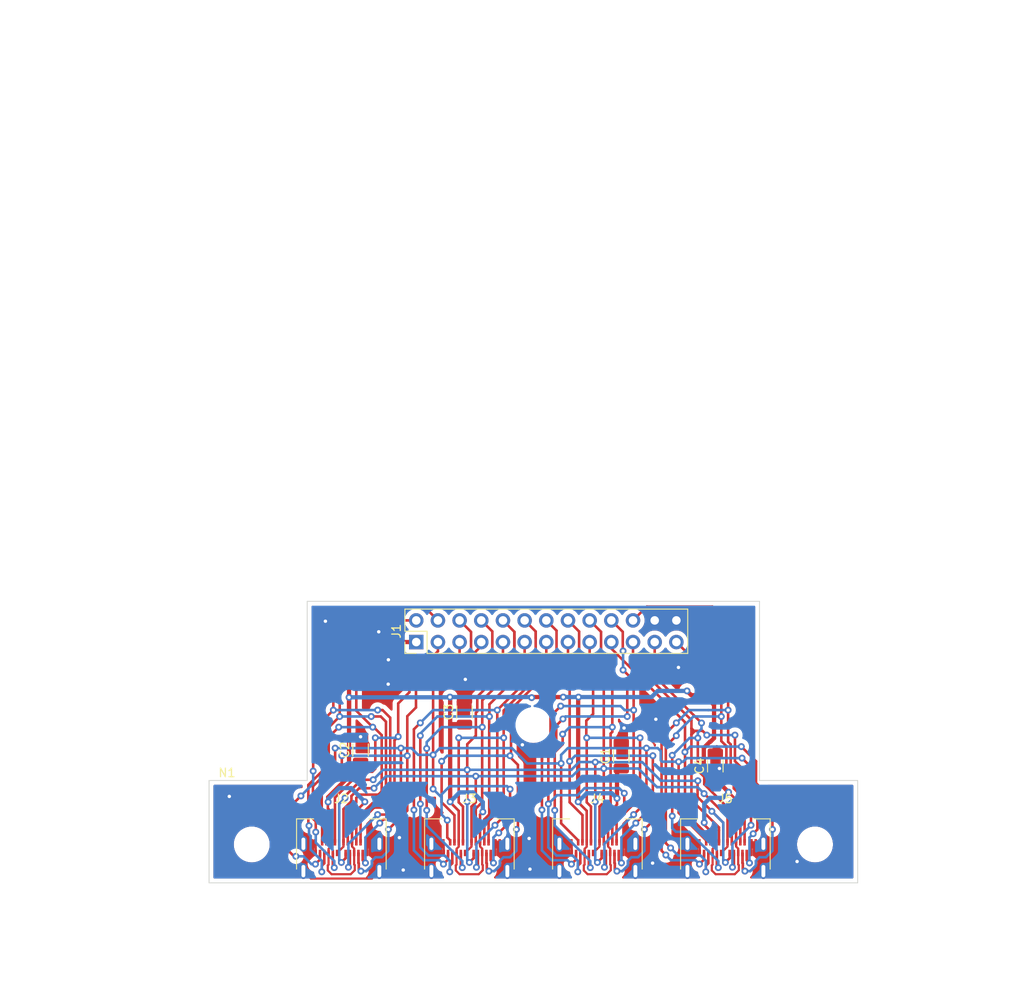
<source format=kicad_pcb>
(kicad_pcb (version 20211014) (generator pcbnew)
  (layers (0 "F.Cu" signal) (31 "B.Cu" signal) (34 "B.Paste" user) (35 "F.Paste" user) (36 "B.SilkS" user "B.Silkscreen") (37 "F.SilkS" user "F.Silkscreen") (38 "B.Mask" user) (39 "F.Mask" user) (44 "Edge.Cuts" user))
  (net 0 "")
  (net 1 "/PS")
  (net 2 "GND")
  (net 3 "/A8-2")
  (net 4 "/A2")
  (net 5 "/A8-3")
  (net 6 "/A3-1")
  (net 7 "/A8-4")
  (net 8 "/A3-2")
  (net 9 "/A10-1")
  (net 10 "/A3-3")
  (net 11 "/A10-2")
  (net 12 "/A3-4")
  (net 13 "/A10-3")
  (net 14 "/A5-1")
  (net 15 "/A10-4")
  (net 16 "/A5-2")
  (net 17 "/A11-1")
  (net 18 "/A5-3")
  (net 19 "/A11-2")
  (net 20 "/A5-4")
  (net 21 "/A11-3")
  (net 22 "/A6")
  (net 23 "/A11-4")
  (net 24 "/A7")
  (net 25 "/A8-1")
  (footprint "custom_footprints:Enclosure-Gloxinia_front" (layer "F.Cu") (at 147.5 100)
    (fp_text reference "N1")
    (fp_text value "Housing")
  )
  (footprint "custom_footprints:USB_C_Receptacle_Amphenol_12401861XX12A" (layer "F.Cu") (at 125 115)
    (fp_text reference "J2")
    (fp_text value "USB_C_Receptacle")
  )
  (footprint "Capacitor_SMD:C_1206_3216Metric" (layer "F.Cu") (at 168.82 104.795 90)
    (fp_text reference "C4")
    (fp_text value "1uF")
  )
  (footprint "custom_footprints:USB_C_Receptacle_Amphenol_12401861XX12A" (layer "F.Cu") (at 140 115)
    (fp_text reference "J3")
    (fp_text value "USB_C_Receptacle")
  )
  (footprint "Connector_PinHeader_2.54mm:PinHeader_2x13_P2.54mm_Vertical" (layer "F.Cu") (at 133.775 90.275 90)
    (fp_text reference "J1")
    (fp_text value "Conn_02x13_Odd_Even")
  )
  (footprint "custom_footprints:USB_C_Receptacle_Amphenol_12401861XX12A" (layer "F.Cu") (at 170 115)
    (fp_text reference "J5")
    (fp_text value "USB_C_Receptacle")
  )
  (footprint "Capacitor_SMD:C_1206_3216Metric" (layer "F.Cu") (at 157.8 103.625 90)
    (fp_text reference "C1")
    (fp_text value "1uF")
  )
  (footprint "custom_footprints:USB_C_Receptacle_Amphenol_12401861XX12A" (layer "F.Cu") (at 155 115)
    (fp_text reference "J4")
    (fp_text value "USB_C_Receptacle")
  )
  (footprint "Capacitor_SMD:C_1206_3216Metric" (layer "F.Cu") (at 127.25 102.925 90)
    (fp_text reference "C2")
    (fp_text value "1uF")
  )
  (footprint "Capacitor_SMD:C_1206_3216Metric" (layer "F.Cu") (at 139.425 98.475 90)
    (fp_text reference "C3")
    (fp_text value "1uF")
  )
  (gr_line (start 121 85.5) (end 174 85.5) (layer "Edge.Cuts") (width 0.1))
  (gr_line (start 109.5 106.5) (end 109.5 118.5) (layer "Edge.Cuts") (width 0.1))
  (gr_line (start 185.5 118.5) (end 185.5 106.5) (layer "Edge.Cuts") (width 0.1))
  (gr_line (start 174 106.5) (end 185.5 106.5) (layer "Edge.Cuts") (width 0.1))
  (gr_line (start 121 106.5) (end 121 85.5) (layer "Edge.Cuts") (width 0.1))
  (gr_line (start 174 85.5) (end 174 106.5) (layer "Edge.Cuts") (width 0.1))
  (gr_line (start 109.5 106.5) (end 121 106.5) (layer "Edge.Cuts") (width 0.1))
  (gr_line (start 185.5 118.5) (end 109.5 118.5) (layer "Edge.Cuts") (width 0.1))
  (segment (start 125.900489 98.709511) (end 125.900489 96.760489) (width 0.5) (layer "F.Cu") (net 1))
  (segment (start 137.725 96.725) (end 137.75 96.75) (width 0.5) (layer "F.Cu") (net 1))
  (segment (start 138.75 113.75) (end 138.75 110.05997) (width 0.3) (layer "F.Cu") (net 1))
  (segment (start 171.25 108.750046) (end 170.369977 107.870023) (width 0.3) (layer "F.Cu") (net 1))
  (segment (start 152.75 96.76) (end 152.785 96.725) (width 0.5) (layer "F.Cu") (net 1))
  (segment (start 141.5 114.489511) (end 141.5 115) (width 0.25) (layer "F.Cu") (net 1))
  (segment (start 171.25 114.239511) (end 171.5 114.489511) (width 0.25) (layer "F.Cu") (net 1))
  (segment (start 168.5 116.365386) (end 168.5 115) (width 0.25) (layer "F.Cu") (net 1))
  (segment (start 139.375 99.9) (end 139.425 99.95) (width 0.5) (layer "F.Cu") (net 1))
  (segment (start 168.198816 101.950695) (end 168.259305 101.950695) (width 0.5) (layer "F.Cu") (net 1))
  (segment (start 125.900489 106.011661) (end 125.491075 106.421075) (width 0.5) (layer "F.Cu") (net 1))
  (segment (start 138.75 113.75) (end 138.75 114.265489) (width 0.25) (layer "F.Cu") (net 1))
  (segment (start 123.41 117.05) (end 123.41 116.455386) (width 0.25) (layer "F.Cu") (net 1))
  (segment (start 126.5 115) (end 126.5 116.35) (width 0.25) (layer "F.Cu") (net 1))
  (segment (start 125.900489 96.760489) (end 125.900489 92.019511) (width 0.5) (layer "F.Cu") (net 1))
  (segment (start 141.25 114.239511) (end 141.5 114.489511) (width 0.25) (layer "F.Cu") (net 1))
  (segment (start 156.25 113.75) (end 156.25 110.37) (width 0.3) (layer "F.Cu") (net 1))
  (segment (start 127.100489 104.549511) (end 127.25 104.4) (width 0.5) (layer "F.Cu") (net 1))
  (segment (start 125.900489 92.019511) (end 127.645 90.275) (width 0.5) (layer "F.Cu") (net 1))
  (segment (start 168.82 106.320046) (end 170.369977 107.870023) (width 0.5) (layer "F.Cu") (net 1))
  (segment (start 126.25 113.75) (end 126.25 110.55997) (width 0.3) (layer "F.Cu") (net 1))
  (segment (start 156.5 116.35) (end 156.57 116.42) (width 0.25) (layer "F.Cu") (net 1))
  (segment (start 138.75 114.265489) (end 138.5 114.515489) (width 0.25) (layer "F.Cu") (net 1))
  (segment (start 125.491075 106.421075) (end 123.45 108.46215) (width 0.5) (layer "F.Cu") (net 1))
  (segment (start 126.5 114.489511) (end 126.5 115) (width 0.25) (layer "F.Cu") (net 1))
  (segment (start 125.900489 100.17) (end 125.900489 104.549511) (width 0.5) (layer "F.Cu") (net 1))
  (segment (start 156.25 114.239511) (end 156.5 114.489511) (width 0.25) (layer "F.Cu") (net 1))
  (segment (start 126.57 116.42) (end 126.57 117.02) (width 0.25) (layer "F.Cu") (net 1))
  (segment (start 123.45 109.02) (end 123.42 109.05) (width 0.3) (layer "F.Cu") (net 1))
  (segment (start 153.75 110.05997) (end 152.75 109.05997) (width 0.3) (layer "F.Cu") (net 1))
  (segment (start 138.5 116.365386) (end 138.5 115) (width 0.25) (layer "F.Cu") (net 1))
  (segment (start 156.5 115) (end 156.5 116.35) (width 0.25) (layer "F.Cu") (net 1))
  (segment (start 167.525 96.5) (end 168.67 97.645) (width 0.5) (layer "F.Cu") (net 1))
  (segment (start 168.75 113.75) (end 168.75 114.265489) (width 0.25) (layer "F.Cu") (net 1))
  (segment (start 171.1 117.49) (end 168.85 117.49) (width 0.25) (layer "F.Cu") (net 1))
  (segment (start 123.85 117.49) (end 123.41 117.05) (width 0.25) (layer "F.Cu") (net 1))
  (segment (start 123.5 114.515489) (end 123.5 115) (width 0.25) (layer "F.Cu") (net 1))
  (segment (start 138.41 117.05) (end 138.41 116.455386) (width 0.25) (layer "F.Cu") (net 1))
  (segment (start 137.75 109.05997) (end 137.75 109) (width 0.3) (layer "F.Cu") (net 1))
  (segment (start 153.5 114.515489) (end 153.5 115) (width 0.25) (layer "F.Cu") (net 1))
  (segment (start 125.900489 104.549511) (end 127.100489 104.549511) (width 0.5) (layer "F.Cu") (net 1))
  (segment (start 138.5 114.515489) (end 138.5 115) (width 0.25) (layer "F.Cu") (net 1))
  (segment (start 168.75 114.265489) (end 168.5 114.515489) (width 0.25) (layer "F.Cu") (net 1))
  (segment (start 126.25 110.55997) (end 127.75 109.05997) (width 0.3) (layer "F.Cu") (net 1))
  (segment (start 168.41 117.05) (end 168.41 116.455386) (width 0.25) (layer "F.Cu") (net 1))
  (segment (start 125.900489 98.709511) (end 125.900489 100.17) (width 0.5) (layer "F.Cu") (net 1))
  (segment (start 123.45 108.46215) (end 123.45 109.02) (width 0.5) (layer "F.Cu") (net 1))
  (segment (start 153.41 116.455386) (end 153.5 116.365386) (width 0.25) (layer "F.Cu") (net 1))
  (segment (start 156.5 114.489511) (end 156.5 115) (width 0.25) (layer "F.Cu") (net 1))
  (segment (start 127.645 90.275) (end 133.775 90.275) (width 0.5) (layer "F.Cu") (net 1))
  (segment (start 123.75 114.265489) (end 123.5 114.515489) (width 0.25) (layer "F.Cu") (net 1))
  (segment (start 137.75 96.75) (end 137.75 99.9) (width 0.5) (layer "F.Cu") (net 1))
  (segment (start 168.75 113.31) (end 168.75 112.92) (width 0.3) (layer "F.Cu") (net 1))
  (segment (start 171.57 116.42) (end 171.57 117.02) (width 0.25) (layer "F.Cu") (net 1))
  (segment (start 168.41 116.455386) (end 168.5 116.365386) (width 0.25) (layer "F.Cu") (net 1))
  (segment (start 153.75 113.75) (end 153.75 114.265489) (width 0.25) (layer "F.Cu") (net 1))
  (segment (start 165.5 96) (end 166 96.5) (width 0.5) (layer "F.Cu") (net 1))
  (segment (start 126.1 117.49) (end 123.85 117.49) (width 0.25) (layer "F.Cu") (net 1))
  (segment (start 153.41 117.05) (end 153.41 116.455386) (width 0.25) (layer "F.Cu") (net 1))
  (segment (start 137.75 99.9) (end 137.75 109) (width 0.5) (layer "F.Cu") (net 1))
  (segment (start 123.42 109.05) (end 123.42 109.78) (width 0.3) (layer "F.Cu") (net 1))
  (segment (start 123.42 109.78) (end 123.75 110.11) (width 0.3) (layer "F.Cu") (net 1))
  (segment (start 168.75 112.92) (end 167.58 111.75) (width 0.3) (layer "F.Cu") (net 1))
  (segment (start 171.25 113.75) (end 171.25 110.91) (width 0.3) (layer "F.Cu") (net 1))
  (segment (start 147.235 96.725) (end 151.005 96.725) (width 0.5) (layer "F.Cu") (net 1))
  (segment (start 171.25 110.91) (end 171.25 108.750046) (width 0.3) (layer "F.Cu") (net 1))
  (segment (start 167.47048 102.679031) (end 168.198816 101.950695) (width 0.5) (layer "F.Cu") (net 1))
  (segment (start 138.85 117.49) (end 138.41 117.05) (width 0.25) (layer "F.Cu") (net 1))
  (segment (start 168.75 113.75) (end 168.75 113.31) (width 0.3) (layer "F.Cu") (net 1))
  (segment (start 152.75 109) (end 152.75 96.76) (width 0.5) (layer "F.Cu") (net 1))
  (segment (start 153.75 114.265489) (end 153.5 114.515489) (width 0.25) (layer "F.Cu") (net 1))
  (segment (start 153.75 113.75) (end 153.75 110.05997) (width 0.3) (layer "F.Cu") (net 1))
  (segment (start 123.41 116.455386) (end 123.5 116.365386) (width 0.25) (layer "F.Cu") (net 1))
  (segment (start 141.1 117.49) (end 138.85 117.49) (width 0.25) (layer "F.Cu") (net 1))
  (segment (start 153.5 116.365386) (end 153.5 115) (width 0.25) (layer "F.Cu") (net 1))
  (segment (start 156.1 117.49) (end 153.85 117.49) (width 0.25) (layer "F.Cu") (net 1))
  (segment (start 157.2995 105.6005) (end 157.8 105.1) (width 0.5) (layer "F.Cu") (net 1))
  (segment (start 141.57 117.02) (end 141.1 117.49) (width 0.25) (layer "F.Cu") (net 1))
  (segment (start 167.47048 104.92048) (end 167.47048 102.679031) (width 0.5) (layer "F.Cu") (net 1))
  (segment (start 156.25 110.37) (end 157.2995 109.3205) (width 0.3) (layer "F.Cu") (net 1))
  (segment (start 156.57 117.02) (end 156.1 117.49) (width 0.25) (layer "F.Cu") (net 1))
  (segment (start 141.25 113.75) (end 141.25 110.500016) (width 0.3) (layer "F.Cu") (net 1))
  (segment (start 123.5 116.365386) (end 123.5 115) (width 0.25) (layer "F.Cu") (net 1))
  (segment (start 167.519977 111.689977) (end 167.519977 111.440023) (width 0.3) (layer "F.Cu") (net 1))
  (segment (start 153.85 117.49) (end 153.41 117.05) (width 0.25) (layer "F.Cu") (net 1))
  (segment (start 168.85 117.49) (end 168.41 117.05) (width 0.25) (layer "F.Cu") (net 1))
  (segment (start 156.25 113.75) (end 156.25 114.239511) (width 0.25) (layer "F.Cu") (net 1))
  (segment (start 123.75 113.75) (end 123.75 114.265489) (width 0.25) (layer "F.Cu") (net 1))
  (segment (start 123.75 110.11) (end 123.75 113.75) (width 0.3) (layer "F.Cu") (net 1))
  (segment (start 171.5 114.489511) (end 171.5 115) (width 0.25) (layer "F.Cu") (net 1))
  (segment (start 157.2995 109.3205) (end 157.2995 108.6) (width 0.3) (layer "F.Cu") (net 1))
  (segment (start 137.75 99.9) (end 139.375 99.9) (width 0.5) (layer "F.Cu") (net 1))
  (segment (start 167.58 111.75) (end 167.519977 111.689977) (width 0.3) (layer "F.Cu") (net 1))
  (segment (start 141.25 113.75) (end 141.25 114.239511) (width 0.25) (layer "F.Cu") (net 1))
  (segment (start 126.5 116.35) (end 126.57 116.42) (width 0.25) (layer "F.Cu") (net 1))
  (segment (start 138.75 110.05997) (end 137.75 109.05997) (width 0.3) (layer "F.Cu") (net 1))
  (segment (start 126.25 113.75) (end 126.25 114.239511) (width 0.25) (layer "F.Cu") (net 1))
  (segment (start 141.25 110.500016) (end 141.575008 110.175008) (width 0.3) (layer "F.Cu") (net 1))
  (segment (start 157.2995 108.6) (end 157.2995 105.6005) (width 0.5) (layer "F.Cu") (net 1))
  (segment (start 138.41 116.455386) (end 138.5 116.365386) (width 0.25) (layer "F.Cu") (net 1))
  (segment (start 125.900489 104.549511) (end 125.900489 106.011661) (width 0.5) (layer "F.Cu") (net 1))
  (segment (start 168.5 114.515489) (end 168.5 115) (width 0.25) (layer "F.Cu") (net 1))
  (segment (start 171.25 113.75) (end 171.25 114.239511) (width 0.25) (layer "F.Cu") (net 1))
  (segment (start 141.5 115) (end 141.5 116.35) (width 0.25) (layer "F.Cu") (net 1))
  (segment (start 171.5 116.35) (end 171.57 116.42) (width 0.25) (layer "F.Cu") (net 1))
  (segment (start 171.5 115) (end 171.5 116.35) (width 0.25) (layer "F.Cu") (net 1))
  (segment (start 166 96.5) (end 167.525 96.5) (width 0.5) (layer "F.Cu") (net 1))
  (segment (start 141.57 116.42) (end 141.57 117.02) (width 0.25) (layer "F.Cu") (net 1))
  (segment (start 156.57 116.42) (end 156.57 117.02) (width 0.25) (layer "F.Cu") (net 1))
  (segment (start 152.75 109.05997) (end 152.75 109) (width 0.3) (layer "F.Cu") (net 1))
  (segment (start 126.57 117.02) (end 126.1 117.49) (width 0.25) (layer "F.Cu") (net 1))
  (segment (start 141.5 116.35) (end 141.57 116.42) (width 0.25) (layer "F.Cu") (net 1))
  (segment (start 168.67 101.54) (end 168.67 97.645) (width 0.5) (layer "F.Cu") (net 1))
  (segment (start 168.259305 101.950695) (end 168.67 101.54) (width 0.5) (layer "F.Cu") (net 1))
  (segment (start 127.75 109.05997) (end 127.75 109) (width 0.3) (layer "F.Cu") (net 1))
  (segment (start 125.900489 97.119511) (end 125.900489 98.709511) (width 0.5) (layer "F.Cu") (net 1))
  (segment (start 171.57 117.02) (end 171.1 117.49) (width 0.25) (layer "F.Cu") (net 1))
  (segment (start 168.82 106.27) (end 168.82 106.320046) (width 0.5) (layer "F.Cu") (net 1))
  (segment (start 168.82 106.27) (end 167.47048 104.92048) (width 0.5) (layer "F.Cu") (net 1))
  (segment (start 126.25 114.239511) (end 126.5 114.489511) (width 0.25) (layer "F.Cu") (net 1))
  (via (at 141.575008 110.175008) (size 0.8) (drill 0.4) (layers "F.Cu" "B.Cu") (net 1))
  (via (at 137.75 109) (size 0.8) (drill 0.4) (layers "F.Cu" "B.Cu") (net 1))
  (via (at 167.519977 111.440023) (size 0.8) (drill 0.4) (layers "F.Cu" "B.Cu") (net 1))
  (via (at 123.45 109.02) (size 0.8) (drill 0.4) (layers "F.Cu" "B.Cu") (net 1))
  (via (at 125.900489 96.760489) (size 0.8) (drill 0.4) (layers "F.Cu" "B.Cu") (net 1))
  (via (at 127.75 109) (size 0.8) (drill 0.4) (layers "F.Cu" "B.Cu") (net 1))
  (via (at 151.0005 96.725) (size 0.8) (drill 0.4) (layers "F.Cu" "B.Cu") (net 1))
  (via (at 165.5 96) (size 0.8) (drill 0.4) (layers "F.Cu" "B.Cu") (net 1))
  (via (at 170.369977 107.870023) (size 0.8) (drill 0.4) (layers "F.Cu" "B.Cu") (net 1))
  (via (at 147.299977 96.789977) (size 0.8) (drill 0.4) (layers "F.Cu" "B.Cu") (net 1))
  (via (at 152.785 96.725) (size 0.8) (drill 0.4) (layers "F.Cu" "B.Cu") (net 1))
  (via (at 157.2995 108.6) (size 0.8) (drill 0.4) (layers "F.Cu" "B.Cu") (net 1))
  (via (at 137.725 96.725) (size 0.8) (drill 0.4) (layers "F.Cu" "B.Cu") (net 1))
  (via (at 152.75 109) (size 0.8) (drill 0.4) (layers "F.Cu" "B.Cu") (net 1))
  (segment (start 161.345 96.725) (end 162.07 96) (width 0.5) (layer "B.Cu") (net 1))
  (segment (start 154.4 108) (end 156.6995 108) (width 0.5) (layer "B.Cu") (net 1))
  (segment (start 138.85 107.9) (end 137.75 109) (width 0.5) (layer "B.Cu") (net 1))
  (segment (start 137.699989 96.750011) (end 125.910967 96.750011) (width 0.5) (layer "B.Cu") (net 1))
  (segment (start 169.7025 108.5375) (end 170.369977 107.870023) (width 0.5) (layer "B.Cu") (net 1))
  (segment (start 153.75 108) (end 152.75 109) (width 0.5) (layer "B.Cu") (net 1))
  (segment (start 140.44 107.9) (end 141.575008 109.035008) (width 0.5) (layer "B.Cu") (net 1))
  (segment (start 125.910967 96.750011) (end 125.900489 96.760489) (width 0.5) (layer "B.Cu") (net 1))
  (segment (start 152.785 96.725) (end 161.345 96.725) (width 0.5) (layer "B.Cu") (net 1))
  (segment (start 141.575008 109.035008) (end 141.575008 110.175008) (width 0.5) (layer "B.Cu") (net 1))
  (segment (start 156.6995 108) (end 157.2995 108.6) (width 0.5) (layer "B.Cu") (net 1))
  (segment (start 168.2125 108.5375) (end 167.519977 109.230023) (width 0.5) (layer "B.Cu") (net 1))
  (segment (start 147.235 96.725) (end 147.299977 96.789977) (width 0.5) (layer "B.Cu") (net 1))
  (segment (start 137.725 96.725) (end 137.699989 96.750011) (width 0.5) (layer "B.Cu") (net 1))
  (segment (start 154.4 108) (end 153.75 108) (width 0.5) (layer "B.Cu") (net 1))
  (segment (start 123.45 108.68) (end 123.45 109.02) (width 0.5) (layer "B.Cu") (net 1))
  (segment (start 151.005 96.725) (end 152.785 96.725) (width 0.5) (layer "B.Cu") (net 1))
  (segment (start 124.735 107.395) (end 123.45 108.68) (width 0.5) (layer "B.Cu") (net 1))
  (segment (start 162.07 96) (end 165.5 96) (width 0.5) (layer "B.Cu") (net 1))
  (segment (start 140.44 107.9) (end 138.85 107.9) (width 0.5) (layer "B.Cu") (net 1))
  (segment (start 151.005 96.725) (end 151.0005 96.725) (width 0.5) (layer "B.Cu") (net 1))
  (segment (start 168.2125 108.5375) (end 169.7025 108.5375) (width 0.5) (layer "B.Cu") (net 1))
  (segment (start 126.145 107.395) (end 127.75 109) (width 0.5) (layer "B.Cu") (net 1))
  (segment (start 137.725 96.725) (end 147.235 96.725) (width 0.5) (layer "B.Cu") (net 1))
  (segment (start 167.519977 109.230023) (end 167.519977 111.440023) (width 0.5) (layer "B.Cu") (net 1))
  (segment (start 124.735 107.395) (end 126.145 107.395) (width 0.5) (layer "B.Cu") (net 1))
  (segment (start 167 115) (end 165.55 116.45) (width 0.25) (layer "F.Cu") (net 2))
  (segment (start 122 113.8) (end 121.95 113.75) (width 0.25) (layer "F.Cu") (net 2))
  (segment (start 143 115) (end 143 113.8) (width 0.25) (layer "F.Cu") (net 2))
  (segment (start 165.55 116.45) (end 165.55 117.125) (width 0.25) (layer "F.Cu") (net 2))
  (segment (start 137 113.8) (end 136.95 113.75) (width 0.25) (layer "F.Cu") (net 2))
  (segment (start 173.05 113.75) (end 173.55 113.75) (width 0.25) (layer "F.Cu") (net 2))
  (segment (start 168.82 103.32) (end 168.82 104.6155) (width 0.3) (layer "F.Cu") (net 2))
  (segment (start 167 115) (end 167 113.8) (width 0.25) (layer "F.Cu") (net 2))
  (segment (start 121.95 113.75) (end 121.45 113.75) (width 0.25) (layer "F.Cu") (net 2))
  (segment (start 152 115) (end 150.55 116.45) (width 0.25) (layer "F.Cu") (net 2))
  (segment (start 121.425 118) (end 128.575 118) (width 0.25) (layer "F.Cu") (net 2))
  (segment (start 120.55 117.125) (end 121.425 118) (width 0.25) (layer "F.Cu") (net 2))
  (segment (start 168.82 104.6155) (end 169.3 105.0955) (width 0.3) (layer "F.Cu") (net 2))
  (segment (start 128.05 113.75) (end 128.55 113.75) (width 0.25) (layer "F.Cu") (net 2))
  (segment (start 143.05 113.75) (end 143.55 113.75) (width 0.25) (layer "F.Cu") (net 2))
  (segment (start 136.95 113.75) (end 136.45 113.75) (width 0.25) (layer "F.Cu") (net 2))
  (segment (start 151.95 113.75) (end 151.45 113.75) (width 0.25) (layer "F.Cu") (net 2))
  (segment (start 128 115) (end 128 113.8) (width 0.25) (layer "F.Cu") (net 2))
  (segment (start 166.95 113.75) (end 166.45 113.75) (width 0.25) (layer "F.Cu") (net 2))
  (segment (start 128 113.8) (end 128.05 113.75) (width 0.25) (layer "F.Cu") (net 2))
  (segment (start 150.55 116.45) (end 150.55 117.125) (width 0.25) (layer "F.Cu") (net 2))
  (segment (start 137 115) (end 137 113.8) (width 0.25) (layer "F.Cu") (net 2))
  (segment (start 158 115) (end 158 113.8) (width 0.25) (layer "F.Cu") (net 2))
  (segment (start 167 113.8) (end 166.95 113.75) (width 0.25) (layer "F.Cu") (net 2))
  (segment (start 128.575 118) (end 129.45 117.125) (width 0.25) (layer "F.Cu") (net 2))
  (segment (start 152 115) (end 152 113.8) (width 0.25) (layer "F.Cu") (net 2))
  (segment (start 120.55 116.45) (end 120.55 117.125) (width 0.25) (layer "F.Cu") (net 2))
  (segment (start 173 113.8) (end 173.05 113.75) (width 0.25) (layer "F.Cu") (net 2))
  (segment (start 137 115) (end 135.55 116.45) (width 0.25) (layer "F.Cu") (net 2))
  (segment (start 173 115) (end 173 113.8) (width 0.25) (layer "F.Cu") (net 2))
  (segment (start 152 113.8) (end 151.95 113.75) (width 0.25) (layer "F.Cu") (net 2))
  (segment (start 122 115) (end 122 113.8) (width 0.25) (layer "F.Cu") (net 2))
  (segment (start 158 113.8) (end 158.05 113.75) (width 0.25) (layer "F.Cu") (net 2))
  (segment (start 158.05 113.75) (end 158.55 113.75) (width 0.25) (layer "F.Cu") (net 2))
  (segment (start 135.55 116.45) (end 135.55 117.125) (width 0.25) (layer "F.Cu") (net 2))
  (segment (start 122 115) (end 120.55 116.45) (width 0.25) (layer "F.Cu") (net 2))
  (segment (start 127.25 101.45) (end 127.25 101.375) (width 0.25) (layer "F.Cu") (net 2))
  (segment (start 143 113.8) (end 143.05 113.75) (width 0.25) (layer "F.Cu") (net 2))
  (via (at 164.5 93.25) (size 0.8) (drill 0.4) (layers "F.Cu" "B.Cu") (net 2))
  (via (at 111.87 108.37) (size 0.8) (drill 0.4) (layers "F.Cu" "B.Cu") (net 2))
  (via (at 178.4 116) (size 0.8) (drill 0.4) (layers "F.Cu" "B.Cu") (net 2))
  (via (at 146.21 102.32) (size 0.8) (drill 0.4) (layers "F.Cu" "B.Cu") (net 2))
  (via (at 169.3 105.0955) (size 0.8) (drill 0.4) (layers "F.Cu" "B.Cu") (net 2))
  (via (at 130.51 92.35) (size 0.8) (drill 0.4) (layers "F.Cu" "B.Cu") (net 2))
  (via (at 147.1 116.9) (size 0.8) (drill 0.4) (layers "F.Cu" "B.Cu") (net 2))
  (via (at 129.38 89.07) (size 0.8) (drill 0.4) (layers "F.Cu" "B.Cu") (net 2))
  (via (at 139.525 94.65) (size 0.8) (drill 0.4) (layers "F.Cu" "B.Cu") (net 2))
  (via (at 161.85 99.325) (size 0.8) (drill 0.4) (layers "F.Cu" "B.Cu") (net 2))
  (via (at 130.49 95.21) (size 0.8) (drill 0.4) (layers "F.Cu" "B.Cu") (net 2))
  (via (at 123.13 87.83) (size 0.8) (drill 0.4) (layers "F.Cu" "B.Cu") (net 2))
  (via (at 161.47 116.19) (size 0.8) (drill 0.4) (layers "F.Cu" "B.Cu") (net 2))
  (via (at 127.25 101.375) (size 0.8) (drill 0.4) (layers "F.Cu" "B.Cu") (net 2))
  (via (at 131.8 113.2) (size 0.8) (drill 0.4) (layers "F.Cu" "B.Cu") (net 2))
  (via (at 158.125 100.35) (size 0.8) (drill 0.4) (layers "F.Cu" "B.Cu") (net 2))
  (via (at 132.25 117) (size 0.8) (drill 0.4) (layers "F.Cu" "B.Cu") (net 2))
  (via (at 147 113.3) (size 0.8) (drill 0.4) (layers "F.Cu" "B.Cu") (net 2))
  (segment (start 141.51 100.25) (end 141.51 97.1) (width 0.3) (layer "F.Cu") (net 3))
  (segment (start 141.499511 109.050489) (end 141.499511 101.560489) (width 0.3) (layer "F.Cu") (net 3))
  (segment (start 141.499511 100.260489) (end 141.51 100.25) (width 0.3) (layer "F.Cu") (net 3))
  (segment (start 135.001494 110) (end 135.001494 102.751494) (width 0.3) (layer "F.Cu") (net 3))
  (segment (start 141.475 109.075) (end 140.75 109.8) (width 0.3) (layer "F.Cu") (net 3))
  (segment (start 143.935 90.275) (end 143.935 94.675) (width 0.3) (layer "F.Cu") (net 3))
  (segment (start 143.935 94.675) (end 143.89 94.72) (width 0.3) (layer "F.Cu") (net 3))
  (segment (start 139 116.55) (end 139.17 116.72) (width 0.3) (layer "F.Cu") (net 3))
  (segment (start 143.28 95.33) (end 143.89 94.72) (width 0.3) (layer "F.Cu") (net 3))
  (segment (start 139 115) (end 139 116.55) (width 0.3) (layer "F.Cu") (net 3))
  (segment (start 141.499511 101.560489) (end 141.499511 100.260489) (width 0.3) (layer "F.Cu") (net 3))
  (segment (start 141.475 109.075) (end 141.499511 109.050489) (width 0.3) (layer "F.Cu") (net 3))
  (segment (start 135.001494 102.751494) (end 135 102.75) (width 0.3) (layer "F.Cu") (net 3))
  (segment (start 141.51 97.1) (end 143.28 95.33) (width 0.3) (layer "F.Cu") (net 3))
  (segment (start 140.75 109.8) (end 140.75 113.75) (width 0.3) (layer "F.Cu") (net 3))
  (via (at 135.001494 110) (size 0.8) (drill 0.4) (layers "F.Cu" "B.Cu") (net 3))
  (via (at 135 102.75) (size 0.8) (drill 0.4) (layers "F.Cu" "B.Cu") (net 3))
  (via (at 141.51 100.25) (size 0.8) (drill 0.4) (layers "F.Cu" "B.Cu") (net 3))
  (via (at 139.17 116.72) (size 0.8) (drill 0.4) (layers "F.Cu" "B.Cu") (net 3))
  (segment (start 135.001494 111.781158) (end 135.001494 110) (width 0.3) (layer "B.Cu") (net 3))
  (segment (start 141.25 100.25) (end 141.51 100.25) (width 0.3) (layer "B.Cu") (net 3))
  (segment (start 135 102) (end 135 102.75) (width 0.3) (layer "B.Cu") (net 3))
  (segment (start 139.17 116.72) (end 139.17 115.949664) (width 0.3) (layer "B.Cu") (net 3))
  (segment (start 139.17 115.949664) (end 135.001494 111.781158) (width 0.3) (layer "B.Cu") (net 3))
  (segment (start 136.75 100.25) (end 135 102) (width 0.3) (layer "B.Cu") (net 3))
  (segment (start 141.25 100.25) (end 136.75 100.25) (width 0.3) (layer "B.Cu") (net 3))
  (segment (start 137.41 113.185) (end 137.75 113.525) (width 0.3) (layer "F.Cu") (net 4))
  (segment (start 172.5 115) (end 172.5 115.85) (width 0.3) (layer "F.Cu") (net 4))
  (segment (start 150.750994 111.525994) (end 150.750994 109) (width 0.3) (layer "F.Cu") (net 4))
  (segment (start 172.87 106.9) (end 172.87 105.06) (width 0.3) (layer "F.Cu") (net 4))
  (segment (start 122.75 113.75) (end 122.75 111.03) (width 0.3) (layer "F.Cu") (net 4))
  (segment (start 144.769 107.509) (end 144.769 107.52) (width 0.3) (layer "F.Cu") (net 4))
  (segment (start 136.975 93.75) (end 138.375 93.75) (width 0.3) (layer "F.Cu") (net 4))
  (segment (start 137.75 113.525) (end 137.75 113.75) (width 0.3) (layer "F.Cu") (net 4))
  (segment (start 144.529949 111.559949) (end 143.444846 112.645051) (width 0.3) (layer "F.Cu") (net 4))
  (segment (start 152.75 113.525) (end 150.750994 111.525994) (width 0.3) (layer "F.Cu") (net 4))
  (segment (start 157.5 115) (end 157.5 115.85) (width 0.3) (layer "F.Cu") (net 4))
  (segment (start 135.750994 103.499006) (end 135.750994 94.974006) (width 0.3) (layer "F.Cu") (net 4))
  (segment (start 164.5185 110.2935) (end 167.75 113.525) (width 0.3) (layer "F.Cu") (net 4))
  (segment (start 150.750994 104.459006) (end 150.750994 104.5005) (width 0.3) (layer "F.Cu") (net 4))
  (segment (start 172.5 115.85) (end 172.82 116.17) (width 0.3) (layer "F.Cu") (net 4))
  (segment (start 160.7495 102.71) (end 160.7495 110.2505) (width 0.3) (layer "F.Cu") (net 4))
  (segment (start 127.5 115) (end 127.5 115.85) (width 0.3) (layer "F.Cu") (net 4))
  (segment (start 127.5 115.85) (end 127.82 116.17) (width 0.3) (layer "F.Cu") (net 4))
  (segment (start 124.27 105.42) (end 124.27 102.71) (width 0.3) (layer "F.Cu") (net 4))
  (segment (start 142.5 115) (end 142.5 115.85) (width 0.3) (layer "F.Cu") (net 4))
  (segment (start 142.5 115.85) (end 142.82 116.17) (width 0.3) (layer "F.Cu") (net 4))
  (segment (start 130.993572 111.05) (end 129.95 111.05) (width 0.3) (layer "F.Cu") (net 4))
  (segment (start 122.17 110.45) (end 122.17 107.52) (width 0.3) (layer "F.Cu") (net 4))
  (segment (start 122.17 107.52) (end 124.27 105.42) (width 0.3) (layer "F.Cu") (net 4))
  (segment (start 135.750994 94.974006) (end 136.975 93.75) (width 0.3) (layer "F.Cu") (net 4))
  (segment (start 172.87 104.8) (end 171.95 103.88) (width 0.3) (layer "F.Cu") (net 4))
  (segment (start 137.41 111.16) (end 137.41 113.185) (width 0.3) (layer "F.Cu") (net 4))
  (segment (start 144.769 111.320898) (end 144.529949 111.559949) (width 0.3) (layer "F.Cu") (net 4))
  (segment (start 173.255 112.745) (end 173.749511 112.250489) (width 0.3) (layer "F.Cu") (net 4))
  (segment (start 129.95 111.05) (end 129.5 111.5) (width 0.3) (layer "F.Cu") (net 4))
  (segment (start 164.5185 104.3) (end 164.5185 110.2935) (width 0.3) (layer "F.Cu") (net 4))
  (segment (start 131.9755 102.71) (end 131.9755 110.068072) (width 0.3) (layer "F.Cu") (net 4))
  (segment (start 173.749511 107.779511) (end 172.87 106.9) (width 0.3) (layer "F.Cu") (net 4))
  (segment (start 160.7495 110.2505) (end 159.5 111.5) (width 0.3) (layer "F.Cu") (net 4))
  (segment (start 138.375 93.75) (end 141.395 90.73) (width 0.3) (layer "F.Cu") (net 4))
  (segment (start 173.749511 112.250489) (end 173.749511 107.779511) (width 0.3) (layer "F.Cu") (net 4))
  (segment (start 144.769 107.509) (end 144.769 111.320898) (width 0.3) (layer "F.Cu") (net 4))
  (segment (start 135.750994 107.499006) (end 135.750994 103.499006) (width 0.3) (layer "F.Cu") (net 4))
  (segment (start 141.395 90.73) (end 141.395 90.275) (width 0.3) (layer "F.Cu") (net 4))
  (segment (start 122.75 111.03) (end 122.17 110.45) (width 0.3) (layer "F.Cu") (net 4))
  (segment (start 167.75 113.525) (end 167.75 113.75) (width 0.3) (layer "F.Cu") (net 4))
  (segment (start 157.5 115.85) (end 157.82 116.17) (width 0.3) (layer "F.Cu") (net 4))
  (segment (start 150.750994 109) (end 150.750994 104.459006) (width 0.3) (layer "F.Cu") (net 4))
  (segment (start 172.87 105.06) (end 172.87 104.8) (width 0.3) (layer "F.Cu") (net 4))
  (segment (start 152.75 113.75) (end 152.75 113.525) (width 0.3) (layer "F.Cu") (net 4))
  (segment (start 131.9755 110.068072) (end 130.993572 111.05) (width 0.3) (layer "F.Cu") (net 4))
  (via (at 160.7495 102.71) (size 0.8) (drill 0.4) (layers "F.Cu" "B.Cu") (net 4))
  (via (at 159.5 111.5) (size 0.8) (drill 0.4) (layers "F.Cu" "B.Cu") (net 4))
  (via (at 142.82 116.17) (size 0.8) (drill 0.4) (layers "F.Cu" "B.Cu") (net 4))
  (via (at 144.769 107.52) (size 0.8) (drill 0.4) (layers "F.Cu" "B.Cu") (net 4))
  (via (at 129.5 111.5) (size 0.8) (drill 0.4) (layers "F.Cu" "B.Cu") (net 4))
  (via (at 164.5185 104.3) (size 0.8) (drill 0.4) (layers "F.Cu" "B.Cu") (net 4))
  (via (at 171.95 103.88) (size 0.8) (drill 0.4) (layers "F.Cu" "B.Cu") (net 4))
  (via (at 173.255 112.745) (size 0.8) (drill 0.4) (layers "F.Cu" "B.Cu") (net 4))
  (via (at 135.750994 103.499006) (size 0.8) (drill 0.4) (layers "F.Cu" "B.Cu") (net 4))
  (via (at 131.9755 102.71) (size 0.8) (drill 0.4) (layers "F.Cu" "B.Cu") (net 4))
  (via (at 172.82 116.17) (size 0.8) (drill 0.4) (layers "F.Cu" "B.Cu") (net 4))
  (via (at 137.41 111.16) (size 0.8) (drill 0.4) (layers "F.Cu" "B.Cu") (net 4))
  (via (at 124.27 102.71) (size 0.8) (drill 0.4) (layers "F.Cu" "B.Cu") (net 4))
  (via (at 127.82 116.17) (size 0.8) (drill 0.4) (layers "F.Cu" "B.Cu") (net 4))
  (via (at 150.750994 104.5005) (size 0.8) (drill 0.4) (layers "F.Cu" "B.Cu") (net 4))
  (via (at 143.444846 112.645051) (size 0.8) (drill 0.4) (layers "F.Cu" "B.Cu") (net 4))
  (via (at 157.82 116.17) (size 0.8) (drill 0.4) (layers "F.Cu" "B.Cu") (net 4))
  (via (at 135.750994 107.499006) (size 0.8) (drill 0.4) (layers "F.Cu" "B.Cu") (net 4))
  (segment (start 133.999511 103.499511) (end 133.21 102.71) (width 0.3) (layer "B.Cu") (net 4))
  (segment (start 136.54 102.71) (end 144.990978 102.71) (width 0.3) (layer "B.Cu") (net 4))
  (segment (start 135.750994 103.499006) (end 135.750489 103.499511) (width 0.3) (layer "B.Cu") (net 4))
  (segment (start 165.47 103.88) (end 165.22 104.13) (width 0.3) (layer "B.Cu") (net 4))
  (segment (start 144.419 107.17) (end 144.769 107.52) (width 0.3) (layer "B.Cu") (net 4))
  (segment (start 143.415 112.615205) (end 143.444846 112.645051) (width 0.3) (layer "B.Cu") (net 4))
  (segment (start 162.59 104.3) (end 162.425 104.135) (width 0.3) (layer "B.Cu") (net 4))
  (segment (start 143.415 112.585) (end 143.415 112.615205) (width 0.3) (layer "B.Cu") (net 4))
  (segment (start 150.750994 104.5005) (end 146.781478 104.5005) (width 0.3) (layer "B.Cu") (net 4))
  (segment (start 165.22 104.13) (end 165.05 104.3) (width 0.3) (layer "B.Cu") (net 4))
  (segment (start 133.21 102.71) (end 132.41 102.71) (width 0.3) (layer "B.Cu") (net 4))
  (segment (start 172.82 113.18) (end 173.255 112.745) (width 0.3) (layer "B.Cu") (net 4))
  (segment (start 127.82 113.18) (end 129.5 111.5) (width 0.3) (layer "B.Cu") (net 4))
  (segment (start 142.82 116.17) (end 142.82 113.18) (width 0.3) (layer "B.Cu") (net 4))
  (segment (start 132.41 102.71) (end 131.9755 102.71) (width 0.3) (layer "B.Cu") (net 4))
  (segment (start 136.74 110.49) (end 136.74 109.06) (width 0.3) (layer "B.Cu") (net 4))
  (segment (start 150.750994 104.459006) (end 150.750994 103.499006) (width 0.3) (layer "B.Cu") (net 4))
  (segment (start 165.05 104.3) (end 162.59 104.3) (width 0.3) (layer "B.Cu") (net 4))
  (segment (start 157.82 113.18) (end 159.5 111.5) (width 0.3) (layer "B.Cu") (net 4))
  (segment (start 137.41 111.16) (end 136.74 110.49) (width 0.3) (layer "B.Cu") (net 4))
  (segment (start 171.95 103.88) (end 165.47 103.88) (width 0.3) (layer "B.Cu") (net 4))
  (segment (start 136.74 109.06) (end 136.74 108.14) (width 0.3) (layer "B.Cu") (net 4))
  (segment (start 162.425 104.135) (end 162.425 103.055) (width 0.3) (layer "B.Cu") (net 4))
  (segment (start 172.82 116.17) (end 172.82 113.18) (width 0.3) (layer "B.Cu") (net 4))
  (segment (start 162.08 102.71) (end 160.7495 102.71) (width 0.3) (layer "B.Cu") (net 4))
  (segment (start 127.82 116.17) (end 127.82 113.18) (width 0.3) (layer "B.Cu") (net 4))
  (segment (start 136.74 109.06) (end 136.74 108.488012) (width 0.3) (layer "B.Cu") (net 4))
  (segment (start 160.7495 102.71) (end 151.54 102.71) (width 0.3) (layer "B.Cu") (net 4))
  (segment (start 135.750994 103.499006) (end 136.54 102.71) (width 0.3) (layer "B.Cu") (net 4))
  (segment (start 137.71 107.17) (end 144.419 107.17) (width 0.3) (layer "B.Cu") (net 4))
  (segment (start 146.781478 104.5005) (end 145.780489 103.499511) (width 0.3) (layer "B.Cu") (net 4))
  (segment (start 162.425 103.055) (end 162.08 102.71) (width 0.3) (layer "B.Cu") (net 4))
  (segment (start 144.990978 102.71) (end 145.780489 103.499511) (width 0.3) (layer "B.Cu") (net 4))
  (segment (start 135.750489 103.499511) (end 133.999511 103.499511) (width 0.3) (layer "B.Cu") (net 4))
  (segment (start 136.74 108.488012) (end 135.750994 107.499006) (width 0.3) (layer "B.Cu") (net 4))
  (segment (start 136.74 108.14) (end 137.71 107.17) (width 0.3) (layer "B.Cu") (net 4))
  (segment (start 157.82 116.17) (end 157.82 113.18) (width 0.3) (layer "B.Cu") (net 4))
  (segment (start 151.54 102.71) (end 150.750994 103.499006) (width 0.3) (layer "B.Cu") (net 4))
  (segment (start 132.41 102.71) (end 130.7495 102.71) (width 0.3) (layer "B.Cu") (net 4))
  (segment (start 130.7495 102.71) (end 124.27 102.71) (width 0.3) (layer "B.Cu") (net 4))
  (segment (start 142.82 113.18) (end 143.415 112.585) (width 0.3) (layer "B.Cu") (net 4))
  (segment (start 150.001494 110) (end 150.001494 104.331494) (width 0.3) (layer "F.Cu") (net 5))
  (segment (start 150.93 102.26003) (end 150.93 101.07) (width 0.3) (layer "F.Cu") (net 5))
  (segment (start 156.75 100.25) (end 156.75 100.8) (width 0.3) (layer "F.Cu") (net 5))
  (segment (start 154.095 92.285) (end 154.095 90.275) (width 0.3) (layer "F.Cu") (net 5))
  (segment (start 154.85 93.04) (end 154.095 92.285) (width 0.3) (layer "F.Cu") (net 5))
  (segment (start 156.75 94.94) (end 154.85 93.04) (width 0.3) (layer "F.Cu") (net 5))
  (segment (start 156.55 109.25997) (end 155.75 110.05997) (width 0.3) (layer "F.Cu") (net 5))
  (segment (start 156.55 101) (end 156.55 109.25997) (width 0.3) (layer "F.Cu") (net 5))
  (segment (start 154 115) (end 154 116.55) (width 0.3) (layer "F.Cu") (net 5))
  (segment (start 155.75 110.05997) (end 155.75 113.75) (width 0.3) (layer "F.Cu") (net 5))
  (segment (start 150.001494 103.188536) (end 150.93 102.26003) (width 0.3) (layer "F.Cu") (net 5))
  (segment (start 156.75 100.8) (end 156.55 101) (width 0.3) (layer "F.Cu") (net 5))
  (segment (start 150.001494 104.331494) (end 150.001494 103.188536) (width 0.3) (layer "F.Cu") (net 5))
  (segment (start 154 116.55) (end 154.17 116.72) (width 0.3) (layer "F.Cu") (net 5))
  (segment (start 156.75 100.25) (end 156.75 94.94) (width 0.3) (layer "F.Cu") (net 5))
  (via (at 150.93 101.07) (size 0.8) (drill 0.4) (layers "F.Cu" "B.Cu") (net 5))
  (via (at 156.75 100.25) (size 0.8) (drill 0.4) (layers "F.Cu" "B.Cu") (net 5))
  (via (at 150.001494 110) (size 0.8) (drill 0.4) (layers "F.Cu" "B.Cu") (net 5))
  (via (at 154.17 116.72) (size 0.8) (drill 0.4) (layers "F.Cu" "B.Cu") (net 5))
  (segment (start 154.17 115.949664) (end 154.17 116.72) (width 0.3) (layer "B.Cu") (net 5))
  (segment (start 150.001494 111.781158) (end 150.001494 110) (width 0.3) (layer "B.Cu") (net 5))
  (segment (start 150.735168 112.514832) (end 150.001494 111.781158) (width 0.3) (layer "B.Cu") (net 5))
  (segment (start 151.31 113.089664) (end 150.735168 112.514832) (width 0.3) (layer "B.Cu") (net 5))
  (segment (start 151.75 100.25) (end 150.93 101.07) (width 0.3) (layer "B.Cu") (net 5))
  (segment (start 156.25 100.25) (end 156.75 100.25) (width 0.3) (layer "B.Cu") (net 5))
  (segment (start 156.25 100.25) (end 151.75 100.25) (width 0.3) (layer "B.Cu") (net 5))
  (segment (start 151.31 113.089664) (end 154.17 115.949664) (width 0.3) (layer "B.Cu") (net 5))
  (segment (start 132.725 110.025) (end 132.725 103.6) (width 0.3) (layer "F.Cu") (net 6))
  (segment (start 127.04452 116.223448) (end 127.044519 116.88465) (width 0.3) (layer "F.Cu") (net 6))
  (segment (start 127.044519 116.88465) (end 127.286596 117.126727) (width 0.3) (layer "F.Cu") (net 6))
  (segment (start 122.700489 107.819511) (end 125.050989 105.469011) (width 0.3) (layer "F.Cu") (net 6))
  (segment (start 127.020654 115.020654) (end 127.020654 116.860785) (width 0.25) (layer "F.Cu") (net 6))
  (segment (start 140.195489 90.154511) (end 140.195489 89.125489) (width 0.3) (layer "F.Cu") (net 6))
  (segment (start 122.700489 110.010459) (end 122.700489 107.819511) (width 0.3) (layer "F.Cu") (net 6))
  (segment (start 130.512299 112.237701) (end 131.2375 111.5125) (width 0.3) (layer "F.Cu") (net 6))
  (segment (start 140.195489 91.129511) (end 140.195489 90.154511) (width 0.3) (layer "F.Cu") (net 6))
  (segment (start 127 115) (end 127.020654 115.020654) (width 0.25) (layer "F.Cu") (net 6))
  (segment (start 133.745 97.945) (end 133.745 94.83) (width 0.3) (layer "F.Cu") (net 6))
  (segment (start 135.325 93.25) (end 138.075 93.25) (width 0.3) (layer "F.Cu") (net 6))
  (segment (start 132.725 103.6) (end 132.725 103.125) (width 0.3) (layer "F.Cu") (net 6))
  (segment (start 140.195489 89.075489) (end 138.855 87.735) (width 0.3) (layer "F.Cu") (net 6))
  (segment (start 132.725 103.125) (end 132.725 98.965) (width 0.3) (layer "F.Cu") (net 6))
  (segment (start 127 115) (end 127 116.178928) (width 0.3) (layer "F.Cu") (net 6))
  (segment (start 123.25 113.75) (end 123.25 110.55997) (width 0.3) (layer "F.Cu") (net 6))
  (segment (start 132.725 98.965) (end 133.745 97.945) (width 0.3) (layer "F.Cu") (net 6))
  (segment (start 127 116.178928) (end 127.04452 116.223448) (width 0.3) (layer "F.Cu") (net 6))
  (segment (start 123.25 110.55997) (end 122.755015 110.064985) (width 0.3) (layer "F.Cu") (net 6))
  (segment (start 122.755015 110.064985) (end 122.700489 110.010459) (width 0.3) (layer "F.Cu") (net 6))
  (segment (start 125.050989 105.469011) (end 125.050989 103.6) (width 0.3) (layer "F.Cu") (net 6))
  (segment (start 138.075 93.25) (end 140.195489 91.129511) (width 0.3) (layer "F.Cu") (net 6))
  (segment (start 127.020654 116.860785) (end 127.286596 117.126727) (width 0.25) (layer "F.Cu") (net 6))
  (segment (start 133.745 94.83) (end 135.325 93.25) (width 0.3) (layer "F.Cu") (net 6))
  (segment (start 131.2375 111.5125) (end 132.725 110.025) (width 0.3) (layer "F.Cu") (net 6))
  (via (at 127.286596 117.126727) (size 0.8) (drill 0.4) (layers "F.Cu" "B.Cu") (net 6))
  (via (at 130.512299 112.237701) (size 0.8) (drill 0.4) (layers "F.Cu" "B.Cu") (net 6))
  (via (at 132.725 103.6) (size 0.8) (drill 0.4) (layers "F.Cu" "B.Cu") (net 6))
  (via (at 125.050989 103.6) (size 0.8) (drill 0.4) (layers "F.Cu" "B.Cu") (net 6))
  (segment (start 132.725 103.6) (end 125.050989 103.6) (width 0.3) (layer "B.Cu") (net 6))
  (segment (start 127.286596 117.126727) (end 127.923243 117.126727) (width 0.3) (layer "B.Cu") (net 6))
  (segment (start 129 115.5) (end 129.75 115.5) (width 0.3) (layer "B.Cu") (net 6))
  (segment (start 128.569511 115.930489) (end 129 115.5) (width 0.3) (layer "B.Cu") (net 6))
  (segment (start 130.512299 114.737701) (end 130.512299 112.237701) (width 0.3) (layer "B.Cu") (net 6))
  (segment (start 128.569511 116.480459) (end 128.569511 115.930489) (width 0.3) (layer "B.Cu") (net 6))
  (segment (start 129.75 115.5) (end 130.512299 114.737701) (width 0.3) (layer "B.Cu") (net 6))
  (segment (start 127.923243 117.126727) (end 128.569511 116.480459) (width 0.3) (layer "B.Cu") (net 6))
  (segment (start 127.923243 117.126727) (end 128.57 116.47997) (width 0.3) (layer "B.Cu") (net 6))
  (segment (start 166.7695 105.3295) (end 167.519871 106.079871) (width 0.3) (layer "F.Cu") (net 7))
  (segment (start 169 115) (end 169 116.55) (width 0.3) (layer "F.Cu") (net 7))
  (segment (start 161.715 94.275) (end 167.2 99.76) (width 0.3) (layer "F.Cu") (net 7))
  (segment (start 163.769 110.674392) (end 163.769 103.719) (width 0.3) (layer "F.Cu") (net 7))
  (segment (start 167.519871 106.939871) (end 170.75 110.17) (width 0.3) (layer "F.Cu") (net 7))
  (segment (start 163.769 103.719) (end 163.769 103.5505) (width 0.3) (layer "F.Cu") (net 7))
  (segment (start 169 116.55) (end 169.17 116.72) (width 0.3) (layer "F.Cu") (net 7))
  (segment (start 166.7695 101.52) (end 166.7695 105.3295) (width 0.3) (layer "F.Cu") (net 7))
  (segment (start 170.75 110.17) (end 170.75 113.75) (width 0.3) (layer "F.Cu") (net 7))
  (segment (start 161.715 90.275) (end 161.715 94.275) (width 0.3) (layer "F.Cu") (net 7))
  (segment (start 167.519871 106.079871) (end 167.519871 106.939871) (width 0.3) (layer "F.Cu") (net 7))
  (via (at 167.2 99.76) (size 0.8) (drill 0.4) (layers "F.Cu" "B.Cu") (net 7))
  (via (at 169.17 116.72) (size 0.8) (drill 0.4) (layers "F.Cu" "B.Cu") (net 7))
  (via (at 163.769 103.5505) (size 0.8) (drill 0.4) (layers "F.Cu" "B.Cu") (net 7))
  (via (at 166.7695 101.52) (size 0.8) (drill 0.4) (layers "F.Cu" "B.Cu") (net 7))
  (via (at 163.769 110.674392) (size 0.8) (drill 0.4) (layers "F.Cu" "B.Cu") (net 7))
  (segment (start 164.194832 112.514832) (end 163.769 112.089) (width 0.3) (layer "B.Cu") (net 7))
  (segment (start 165.7995 101.52) (end 163.769 103.5505) (width 0.3) (layer "B.Cu") (net 7))
  (segment (start 165.735168 112.514832) (end 164.194832 112.514832) (width 0.3) (layer "B.Cu") (net 7))
  (segment (start 169.17 115.949664) (end 169.17 116.72) (width 0.3) (layer "B.Cu") (net 7))
  (segment (start 166.31 113.089664) (end 165.735168 112.514832) (width 0.3) (layer "B.Cu") (net 7))
  (segment (start 166.7695 101.52) (end 165.7995 101.52) (width 0.3) (layer "B.Cu") (net 7))
  (segment (start 166.7695 100.8805) (end 167.2 100.45) (width 0.3) (layer "B.Cu") (net 7))
  (segment (start 167.2 100.45) (end 167.2 99.76) (width 0.3) (layer "B.Cu") (net 7))
  (segment (start 163.769 112.089) (end 163.769 110.674392) (width 0.3) (layer "B.Cu") (net 7))
  (segment (start 166.7695 101.52) (end 166.7695 100.8805) (width 0.3) (layer "B.Cu") (net 7))
  (segment (start 166.31 113.089664) (end 169.17 115.949664) (width 0.3) (layer "B.Cu") (net 7))
  (segment (start 136.750497 109) (end 136.750497 104.250497) (width 0.3) (layer "F.Cu") (net 8))
  (segment (start 138.25 113.75) (end 138.25 110.55997) (width 0.3) (layer "F.Cu") (net 8))
  (segment (start 144.88 103.4895) (end 144.769 103.6005) (width 0.3) (layer "F.Cu") (net 8))
  (segment (start 136.750497 104.250497) (end 136.75 104.25) (width 0.3) (layer "F.Cu") (net 8))
  (segment (start 142 115) (end 142.020654 115.020654) (width 0.25) (layer "F.Cu") (net 8))
  (segment (start 142 116.178928) (end 142.04452 116.223448) (width 0.3) (layer "F.Cu") (net 8))
  (segment (start 144.88 100.85) (end 144.88 103.4895) (width 0.3) (layer "F.Cu") (net 8))
  (segment (start 149.015 90.275) (end 149.015 94.015) (width 0.3) (layer "F.Cu") (net 8))
  (segment (start 142.044519 116.88465) (end 142.286596 117.126727) (width 0.3) (layer "F.Cu") (net 8))
  (segment (start 142.04452 116.223448) (end 142.044519 116.88465) (width 0.3) (layer "F.Cu") (net 8))
  (segment (start 142.020654 116.860785) (end 142.286596 117.126727) (width 0.25) (layer "F.Cu") (net 8))
  (segment (start 144.88 98.87) (end 144.88 98.15) (width 0.3) (layer "F.Cu") (net 8))
  (segment (start 144.769 103.748201) (end 145.69 104.669201) (width 0.3) (layer "F.Cu") (net 8))
  (segment (start 145.69 112.06) (end 145.512299 112.237701) (width 0.3) (layer "F.Cu") (net 8))
  (segment (start 138.25 110.55997) (end 136.750497 109.060467) (width 0.3) (layer "F.Cu") (net 8))
  (segment (start 149.015 94.015) (end 148.51 94.52) (width 0.3) (layer "F.Cu") (net 8))
  (segment (start 142 115) (end 142 116.178928) (width 0.3) (layer "F.Cu") (net 8))
  (segment (start 145.69 104.669201) (end 145.69 112.06) (width 0.3) (layer "F.Cu") (net 8))
  (segment (start 144.88 100.85) (end 144.88 98.87) (width 0.3) (layer "F.Cu") (net 8))
  (segment (start 136.750497 109.060467) (end 136.750497 109) (width 0.3) (layer "F.Cu") (net 8))
  (segment (start 146.1 96.93) (end 148.51 94.52) (width 0.3) (layer "F.Cu") (net 8))
  (segment (start 144.88 98.15) (end 146.1 96.93) (width 0.3) (layer "F.Cu") (net 8))
  (segment (start 142.020654 115.020654) (end 142.020654 116.860785) (width 0.25) (layer "F.Cu") (net 8))
  (segment (start 144.769 103.6005) (end 144.769 103.748201) (width 0.3) (layer "F.Cu") (net 8))
  (via (at 145.512299 112.237701) (size 0.8) (drill 0.4) (layers "F.Cu" "B.Cu") (net 8))
  (via (at 136.75 104.25) (size 0.8) (drill 0.4) (layers "F.Cu" "B.Cu") (net 8))
  (via (at 144.769 103.6005) (size 0.8) (drill 0.4) (layers "F.Cu" "B.Cu") (net 8))
  (via (at 142.286596 117.126727) (size 0.8) (drill 0.4) (layers "F.Cu" "B.Cu") (net 8))
  (segment (start 143.1305 103.6005) (end 144.621299 103.6005) (width 0.3) (layer "B.Cu") (net 8))
  (segment (start 142.923243 117.126727) (end 143.569511 116.480459) (width 0.3) (layer "B.Cu") (net 8))
  (segment (start 144 115.5) (end 144.75 115.5) (width 0.3) (layer "B.Cu") (net 8))
  (segment (start 137.3995 103.6005) (end 136.75 104.25) (width 0.3) (layer "B.Cu") (net 8))
  (segment (start 143.1305 103.6005) (end 144.769 103.6005) (width 0.3) (layer "B.Cu") (net 8))
  (segment (start 143.569511 115.930489) (end 144 115.5) (width 0.3) (layer "B.Cu") (net 8))
  (segment (start 145.512299 114.737701) (end 145.512299 112.237701) (width 0.3) (layer "B.Cu") (net 8))
  (segment (start 143.569511 116.480459) (end 143.569511 115.930489) (width 0.3) (layer "B.Cu") (net 8))
  (segment (start 142.923243 117.126727) (end 143.57 116.47997) (width 0.3) (layer "B.Cu") (net 8))
  (segment (start 143.1305 103.6005) (end 137.3995 103.6005) (width 0.3) (layer "B.Cu") (net 8))
  (segment (start 142.286596 117.126727) (end 142.923243 117.126727) (width 0.3) (layer "B.Cu") (net 8))
  (segment (start 144.75 115.5) (end 145.512299 114.737701) (width 0.3) (layer "B.Cu") (net 8))
  (segment (start 123 116.194314) (end 122.703385 116.490929) (width 0.3) (layer "F.Cu") (net 9))
  (segment (start 126.825 87.735) (end 124.809511 89.750489) (width 0.3) (layer "F.Cu") (net 9))
  (segment (start 121.13 111.72) (end 121.21 111.8) (width 0.3) (layer "F.Cu") (net 9))
  (segment (start 127.779985 110.029985) (end 128.5 109.30997) (width 0.3) (layer "F.Cu") (net 9))
  (segment (start 123 116.229668) (end 122.703385 116.526283) (width 0.25) (layer "F.Cu") (net 9))
  (segment (start 130.226949 108.703051) (end 129.75632 109.17368) (width 0.3) (layer "F.Cu") (net 9))
  (segment (start 124.809511 98.990489) (end 124.809511 89.750489) (width 0.3) (layer "F.Cu") (net 9))
  (segment (start 129.616949 99) (end 130.226949 99.61) (width 0.3) (layer "F.Cu") (net 9))
  (segment (start 133.775 87.735) (end 126.825 87.735) (width 0.3) (layer "F.Cu") (net 9))
  (segment (start 126.75 111.05997) (end 127.779985 110.029985) (width 0.3) (layer "F.Cu") (net 9))
  (segment (start 128.636292 109.173679) (end 127.779985 110.029985) (width 0.3) (layer "F.Cu") (net 9))
  (segment (start 130.226949 99.61) (end 130.226949 108.703051) (width 0.3) (layer "F.Cu") (net 9))
  (segment (start 129.75632 109.17368) (end 128.636292 109.173679) (width 0.3) (layer "F.Cu") (net 9))
  (segment (start 121.13 107.023572) (end 121.13 111.72) (width 0.3) (layer "F.Cu") (net 9))
  (segment (start 122.91 100.89) (end 122.91 105.243573) (width 0.3) (layer "F.Cu") (net 9))
  (segment (start 122.703385 116.526283) (end 122.703385 117.209988) (width 0.25) (layer "F.Cu") (net 9))
  (segment (start 128.5 99) (end 129.616949 99) (width 0.3) (layer "F.Cu") (net 9))
  (segment (start 123 115) (end 123 116.194314) (width 0.3) (layer "F.Cu") (net 9))
  (segment (start 124.8 99) (end 122.91 100.89) (width 0.3) (layer "F.Cu") (net 9))
  (segment (start 124.8 99) (end 124.809511 98.990489) (width 0.3) (layer "F.Cu") (net 9))
  (segment (start 122.703385 116.490929) (end 122.703385 117.209988) (width 0.3) (layer "F.Cu") (net 9))
  (segment (start 122.91 105.243573) (end 121.13 107.023572) (width 0.3) (layer "F.Cu") (net 9))
  (segment (start 126.75 113.75) (end 126.75 111.05997) (width 0.3) (layer "F.Cu") (net 9))
  (segment (start 123 115) (end 123 116.229668) (width 0.25) (layer "F.Cu") (net 9))
  (via (at 121.21 111.8) (size 0.8) (drill 0.4) (layers "F.Cu" "B.Cu") (net 9))
  (via (at 128.5 99) (size 0.8) (drill 0.4) (layers "F.Cu" "B.Cu") (net 9))
  (via (at 124.8 99) (size 0.8) (drill 0.4) (layers "F.Cu" "B.Cu") (net 9))
  (via (at 122.703385 117.209988) (size 0.8) (drill 0.4) (layers "F.Cu" "B.Cu") (net 9))
  (segment (start 121.21 112.81947) (end 121.21 111.8) (width 0.3) (layer "B.Cu") (net 9))
  (segment (start 122.709511 117.203862) (end 122.703385 117.209988) (width 0.3) (layer "B.Cu") (net 9))
  (segment (start 122.709511 115.919511) (end 122.709511 117.203862) (width 0.3) (layer "B.Cu") (net 9))
  (segment (start 122.315 115.525) (end 121.4 114.61) (width 0.3) (layer "B.Cu") (net 9))
  (segment (start 122.315 115.525) (end 122.709511 115.919511) (width 0.3) (layer "B.Cu") (net 9))
  (segment (start 121.4 113.00947) (end 121.21 112.81947) (width 0.3) (layer "B.Cu") (net 9))
  (segment (start 124.8 99) (end 128.5 99) (width 0.3) (layer "B.Cu") (net 9))
  (segment (start 121.4 114.61) (end 121.4 113.00947) (width 0.3) (layer "B.Cu") (net 9))
  (segment (start 157.044519 116.88465) (end 157.286596 117.126727) (width 0.3) (layer "F.Cu") (net 10))
  (segment (start 157.04452 116.223448) (end 157.044519 116.88465) (width 0.3) (layer "F.Cu") (net 10))
  (segment (start 151.750497 109.060467) (end 151.750497 109) (width 0.3) (layer "F.Cu") (net 10))
  (segment (start 149.015 87.735) (end 150.214511 88.934511) (width 0.3) (layer "F.Cu") (net 10))
  (segment (start 151.75 93.28) (end 151.75 104.25) (width 0.3) (layer "F.Cu") (net 10))
  (segment (start 157 115) (end 157.020654 115.020654) (width 0.25) (layer "F.Cu") (net 10))
  (segment (start 151.750497 104.250497) (end 151.75 104.25) (width 0.3) (layer "F.Cu") (net 10))
  (segment (start 157.020654 116.860785) (end 157.286596 117.126727) (width 0.25) (layer "F.Cu") (net 10))
  (segment (start 157 116.178928) (end 157.04452 116.223448) (width 0.3) (layer "F.Cu") (net 10))
  (segment (start 157 115) (end 157 116.178928) (width 0.3) (layer "F.Cu") (net 10))
  (segment (start 161.499 111.251) (end 161.499 103.6) (width 0.3) (layer "F.Cu") (net 10))
  (segment (start 153.25 110.55997) (end 151.750497 109.060467) (width 0.3) (layer "F.Cu") (net 10))
  (segment (start 150.214511 91.744511) (end 151.75 93.28) (width 0.3) (layer "F.Cu") (net 10))
  (segment (start 157.020654 115.020654) (end 157.020654 116.860785) (width 0.25) (layer "F.Cu") (net 10))
  (segment (start 160.512299 112.237701) (end 161.499 111.251) (width 0.3) (layer "F.Cu") (net 10))
  (segment (start 150.214511 88.934511) (end 150.214511 91.744511) (width 0.3) (layer "F.Cu") (net 10))
  (segment (start 151.750497 109) (end 151.750497 104.250497) (width 0.3) (layer "F.Cu") (net 10))
  (segment (start 153.25 113.75) (end 153.25 110.55997) (width 0.3) (layer "F.Cu") (net 10))
  (via (at 160.512299 112.237701) (size 0.8) (drill 0.4) (layers "F.Cu" "B.Cu") (net 10))
  (via (at 157.286596 117.126727) (size 0.8) (drill 0.4) (layers "F.Cu" "B.Cu") (net 10))
  (via (at 151.75 104.25) (size 0.8) (drill 0.4) (layers "F.Cu" "B.Cu") (net 10))
  (via (at 161.499 103.6) (size 0.8) (drill 0.4) (layers "F.Cu" "B.Cu") (net 10))
  (segment (start 159.75 115.5) (end 160.512299 114.737701) (width 0.3) (layer "B.Cu") (net 10))
  (segment (start 160.512299 114.737701) (end 160.512299 112.237701) (width 0.3) (layer "B.Cu") (net 10))
  (segment (start 158.569511 115.930489) (end 159 115.5) (width 0.3) (layer "B.Cu") (net 10))
  (segment (start 157.923243 117.126727) (end 158.57 116.47997) (width 0.3) (layer "B.Cu") (net 10))
  (segment (start 158.569511 116.480459) (end 158.569511 115.930489) (width 0.3) (layer "B.Cu") (net 10))
  (segment (start 152.4 103.6) (end 151.75 104.25) (width 0.3) (layer "B.Cu") (net 10))
  (segment (start 159 115.5) (end 159.75 115.5) (width 0.3) (layer "B.Cu") (net 10))
  (segment (start 157.286596 117.126727) (end 157.923243 117.126727) (width 0.3) (layer "B.Cu") (net 10))
  (segment (start 157.923243 117.126727) (end 158.569511 116.480459) (width 0.3) (layer "B.Cu") (net 10))
  (segment (start 161.499 103.6) (end 152.4 103.6) (width 0.3) (layer "B.Cu") (net 10))
  (segment (start 145.275489 89.825489) (end 145.275489 89.075489) (width 0.3) (layer "F.Cu") (net 11))
  (segment (start 137.703385 116.490929) (end 137.703385 117.209988) (width 0.3) (layer "F.Cu") (net 11))
  (segment (start 145.275489 94.644511) (end 145.275489 90.714511) (width 0.3) (layer "F.Cu") (net 11))
  (segment (start 141.75 111.05997) (end 142.324519 110.485451) (width 0.3) (layer "F.Cu") (net 11))
  (segment (start 145.275489 89.075489) (end 143.935 87.735) (width 0.3) (layer "F.Cu") (net 11))
  (segment (start 141.75 113.75) (end 141.75 111.05997) (width 0.3) (layer "F.Cu") (net 11))
  (segment (start 137.703385 116.526283) (end 137.703385 117.209988) (width 0.25) (layer "F.Cu") (net 11))
  (segment (start 138 115) (end 138 116.194314) (width 0.3) (layer "F.Cu") (net 11))
  (segment (start 134.25 101.25) (end 134.25 103.05997) (width 0.3) (layer "F.Cu") (net 11))
  (segment (start 142.324519 99.025481) (end 142.35 99) (width 0.3) (layer "F.Cu") (net 11))
  (segment (start 142.324519 110.485451) (end 142.324519 99.025481) (width 0.3) (layer "F.Cu") (net 11))
  (segment (start 142.35 99) (end 142.35 97.57) (width 0.3) (layer "F.Cu") (net 11))
  (segment (start 142.35 97.57) (end 144.5 95.42) (width 0.3) (layer "F.Cu") (net 11))
  (segment (start 145.275489 90.714511) (end 145.275489 89.075489) (width 0.3) (layer "F.Cu") (net 11))
  (segment (start 138 115) (end 138 116.229668) (width 0.25) (layer "F.Cu") (net 11))
  (segment (start 138 116.194314) (end 137.703385 116.490929) (width 0.3) (layer "F.Cu") (net 11))
  (segment (start 138 116.229668) (end 137.703385 116.526283) (width 0.25) (layer "F.Cu") (net 11))
  (segment (start 134.25 103.05997) (end 134.251994 103.061964) (width 0.3) (layer "F.Cu") (net 11))
  (segment (start 134.251994 109.25) (end 134.251994 103.061964) (width 0.3) (layer "F.Cu") (net 11))
  (segment (start 145.275489 90.714511) (end 145.275489 89.825489) (width 0.3) (layer "F.Cu") (net 11))
  (segment (start 144.5 95.42) (end 145.275489 94.644511) (width 0.3) (layer "F.Cu") (net 11))
  (via (at 137.703385 117.209988) (size 0.8) (drill 0.4) (layers "F.Cu" "B.Cu") (net 11))
  (via (at 134.25 101.25) (size 0.8) (drill 0.4) (layers "F.Cu" "B.Cu") (net 11))
  (via (at 142.35 99) (size 0.8) (drill 0.4) (layers "F.Cu" "B.Cu") (net 11))
  (via (at 134.251994 109.25) (size 0.8) (drill 0.4) (layers "F.Cu" "B.Cu") (net 11))
  (segment (start 137.709511 117.203862) (end 137.703385 117.209988) (width 0.3) (layer "B.Cu") (net 11))
  (segment (start 134.251994 109.25) (end 134.251983 109.250011) (width 0.3) (layer "B.Cu") (net 11))
  (segment (start 134.251983 114.351983) (end 135.2 115.3) (width 0.3) (layer "B.Cu") (net 11))
  (segment (start 137.09 115.3) (end 137.709511 115.919511) (width 0.3) (layer "B.Cu") (net 11))
  (segment (start 136.25 99) (end 134.25 101) (width 0.3) (layer "B.Cu") (net 11))
  (segment (start 136.25 99) (end 142.35 99) (width 0.3) (layer "B.Cu") (net 11))
  (segment (start 137.709511 115.919511) (end 137.709511 117.203862) (width 0.3) (layer "B.Cu") (net 11))
  (segment (start 134.251983 109.250011) (end 134.251983 114.351983) (width 0.3) (layer "B.Cu") (net 11))
  (segment (start 134.25 101) (end 134.25 101.25) (width 0.3) (layer "B.Cu") (net 11))
  (segment (start 135.2 115.3) (end 137.09 115.3) (width 0.3) (layer "B.Cu") (net 11))
  (segment (start 156.635 91.035) (end 165.268011 99.668011) (width 0.3) (layer "F.Cu") (net 12))
  (segment (start 172.020654 116.860785) (end 172.286596 117.126727) (width 0.25) (layer "F.Cu") (net 12))
  (segment (start 172 115) (end 172 116.178928) (width 0.3) (layer "F.Cu") (net 12))
  (segment (start 173.59 106.81) (end 173.59 104.2505) (width 0.3) (layer "F.Cu") (net 12))
  (segment (start 168.25 113.23) (end 165.268011 110.248011) (width 0.3) (layer "F.Cu") (net 12))
  (segment (start 172.020654 115.020654) (end 172.020654 116.860785) (width 0.25) (layer "F.Cu") (net 12))
  (segment (start 172 116.178928) (end 172.04452 116.223448) (width 0.3) (layer "F.Cu") (net 12))
  (segment (start 173.59 104.2505) (end 171.8695 102.53) (width 0.3) (layer "F.Cu") (net 12))
  (segment (start 165.268011 110.248011) (end 165.268011 105.698011) (width 0.3) (layer "F.Cu") (net 12))
  (segment (start 156.635 90.275) (end 156.635 91.035) (width 0.3) (layer "F.Cu") (net 12))
  (segment (start 172.04452 116.223448) (end 172.044519 116.88465) (width 0.3) (layer "F.Cu") (net 12))
  (segment (start 165.268011 99.668011) (end 165.268011 105.698011) (width 0.3) (layer "F.Cu") (net 12))
  (segment (start 168.25 113.75) (end 168.25 113.23) (width 0.3) (layer "F.Cu") (net 12))
  (segment (start 172.044519 116.88465) (end 172.286596 117.126727) (width 0.3) (layer "F.Cu") (net 12))
  (segment (start 175.512299 112.237701) (end 175.512299 108.732299) (width 0.3) (layer "F.Cu") (net 12))
  (segment (start 172 115) (end 172.020654 115.020654) (width 0.25) (layer "F.Cu") (net 12))
  (segment (start 175.512299 108.732299) (end 173.59 106.81) (width 0.3) (layer "F.Cu") (net 12))
  (via (at 175.512299 112.237701) (size 0.8) (drill 0.4) (layers "F.Cu" "B.Cu") (net 12))
  (via (at 171.8695 102.53) (size 0.8) (drill 0.4) (layers "F.Cu" "B.Cu") (net 12))
  (via (at 165.256008 103.161698) (size 0.8) (drill 0.4) (layers "F.Cu" "B.Cu") (net 12))
  (via (at 172.286596 117.126727) (size 0.8) (drill 0.4) (layers "F.Cu" "B.Cu") (net 12))
  (segment (start 174 115.5) (end 174.75 115.5) (width 0.3) (layer "B.Cu") (net 12))
  (segment (start 171.8695 102.53) (end 165.887706 102.53) (width 0.3) (layer "B.Cu") (net 12))
  (segment (start 173.569511 115.930489) (end 174 115.5) (width 0.3) (layer "B.Cu") (net 12))
  (segment (start 172.286596 117.126727) (end 172.923243 117.126727) (width 0.3) (layer "B.Cu") (net 12))
  (segment (start 165.887706 102.53) (end 165.256008 103.161698) (width 0.3) (layer "B.Cu") (net 12))
  (segment (start 173.569511 116.480459) (end 173.569511 115.930489) (width 0.3) (layer "B.Cu") (net 12))
  (segment (start 174.75 115.5) (end 175.512299 114.737701) (width 0.3) (layer "B.Cu") (net 12))
  (segment (start 172.923243 117.126727) (end 173.569511 116.480459) (width 0.3) (layer "B.Cu") (net 12))
  (segment (start 172.923243 117.126727) (end 173.57 116.47997) (width 0.3) (layer "B.Cu") (net 12))
  (segment (start 175.512299 114.737701) (end 175.512299 112.237701) (width 0.3) (layer "B.Cu") (net 12))
  (segment (start 155.43 92.69) (end 155.43 89.07) (width 0.3) (layer "F.Cu") (net 13))
  (segment (start 156.75 113.75) (end 156.75 111.05997) (width 0.3) (layer "F.Cu") (net 13))
  (segment (start 153 115) (end 153 116.194314) (width 0.3) (layer "F.Cu") (net 13))
  (segment (start 153 116.229668) (end 152.703385 116.526283) (width 0.25) (layer "F.Cu") (net 13))
  (segment (start 153 115) (end 153 116.229668) (width 0.25) (layer "F.Cu") (net 13))
  (segment (start 149.251994 103.868006) (end 149.251994 103.078006) (width 0.3) (layer "F.Cu") (net 13))
  (segment (start 152.703385 116.526283) (end 152.703385 117.209988) (width 0.25) (layer "F.Cu") (net 13))
  (segment (start 156.75 111.05997) (end 157.779985 110.029985) (width 0.3) (layer "F.Cu") (net 13))
  (segment (start 150.180489 102.149511) (end 150.180489 100.069511) (width 0.3) (layer "F.Cu") (net 13))
  (segment (start 155.43 89.07) (end 154.095 87.735) (width 0.3) (layer "F.Cu") (net 13))
  (segment (start 152.703385 116.490929) (end 152.703385 117.209988) (width 0.3) (layer "F.Cu") (net 13))
  (segment (start 158.149 108) (end 158.149 109.66097) (width 0.3) (layer "F.Cu") (net 13))
  (segment (start 158.5 99) (end 158.5 95.76) (width 0.3) (layer "F.Cu") (net 13))
  (segment (start 149.251994 103.078006) (end 150.180489 102.149511) (width 0.3) (layer "F.Cu") (net 13))
  (segment (start 158.5 95.76) (end 155.43 92.69) (width 0.3) (layer "F.Cu") (net 13))
  (segment (start 149.251994 109.25) (end 149.251994 103.868006) (width 0.3) (layer "F.Cu") (net 13))
  (segment (start 157.779985 110.029985) (end 158.0495 109.76047) (width 0.3) (layer "F.Cu") (net 13))
  (segment (start 158.149 109.66097) (end 156.75 111.05997) (width 0.3) (layer "F.Cu") (net 13))
  (segment (start 153 116.194314) (end 152.703385 116.490929) (width 0.3) (layer "F.Cu") (net 13))
  (segment (start 150.180489 100.069511) (end 150.965 99.285) (width 0.3) (layer "F.Cu") (net 13))
  (via (at 158.149 108) (size 0.8) (drill 0.4) (layers "F.Cu" "B.Cu") (net 13))
  (via (at 150.965 99.285) (size 0.8) (drill 0.4) (layers "F.Cu" "B.Cu") (net 13))
  (via (at 158.5 99) (size 0.8) (drill 0.4) (layers "F.Cu" "B.Cu") (net 13))
  (via (at 152.703385 117.209988) (size 0.8) (drill 0.4) (layers "F.Cu" "B.Cu") (net 13))
  (via (at 149.251994 109.25) (size 0.8) (drill 0.4) (layers "F.Cu" "B.Cu") (net 13))
  (segment (start 149.251983 109.250011) (end 149.251983 114.351983) (width 0.3) (layer "B.Cu") (net 13))
  (segment (start 150.2 115.3) (end 152.09 115.3) (width 0.3) (layer "B.Cu") (net 13))
  (segment (start 153.501472 107.4) (end 152.671472 108.23) (width 0.3) (layer "B.Cu") (net 13))
  (segment (start 158.149 108) (end 157.549 107.4) (width 0.3) (layer "B.Cu") (net 13))
  (segment (start 157.549 107.4) (end 153.501472 107.4) (width 0.3) (layer "B.Cu") (net 13))
  (segment (start 149.251994 109.25) (end 149.251983 109.250011) (width 0.3) (layer "B.Cu") (net 13))
  (segment (start 151.25 99) (end 150.965 99.285) (width 0.3) (layer "B.Cu") (net 13))
  (segment (start 151.25 99) (end 158.5 99) (width 0.3) (layer "B.Cu") (net 13))
  (segment (start 150.271994 108.23) (end 149.251994 109.25) (width 0.3) (layer "B.Cu") (net 13))
  (segment (start 149.251983 114.351983) (end 150.2 115.3) (width 0.3) (layer "B.Cu") (net 13))
  (segment (start 152.671472 108.23) (end 150.271994 108.23) (width 0.3) (layer "B.Cu") (net 13))
  (segment (start 152.709511 115.919511) (end 152.709511 117.203862) (width 0.3) (layer "B.Cu") (net 13))
  (segment (start 152.09 115.3) (end 152.709511 115.919511) (width 0.3) (layer "B.Cu") (net 13))
  (segment (start 152.709511 117.203862) (end 152.703385 117.209988) (width 0.3) (layer "B.Cu") (net 13))
  (segment (start 137.835 92.75) (end 134.775 92.75) (width 0.3) (layer "F.Cu") (net 14))
  (segment (start 130.8 110.5) (end 129.25 110.5) (width 0.3) (layer "F.Cu") (net 14))
  (segment (start 138.855 91.73) (end 137.835 92.75) (width 0.3) (layer "F.Cu") (net 14))
  (segment (start 131.66 101.36) (end 131.225989 101.794011) (width 0.3) (layer "F.Cu") (net 14))
  (segment (start 131.225989 110.074011) (end 130.8 110.5) (width 0.3) (layer "F.Cu") (net 14))
  (segment (start 124.25 113.75) (end 124.25 108.51) (width 0.3) (layer "F.Cu") (net 14))
  (segment (start 132.9775 94.5475) (end 132.9775 96.1525) (width 0.3) (layer "F.Cu") (net 14))
  (segment (start 132.9775 96.1525) (end 131.66 97.47) (width 0.3) (layer "F.Cu") (net 14))
  (segment (start 128.977929 105.122071) (end 128.977929 101.5) (width 0.3) (layer "F.Cu") (net 14))
  (segment (start 126 116.499071) (end 125.82539 116.673681) (width 0.3) (layer "F.Cu") (net 14))
  (segment (start 127.285 105.475) (end 128.625 105.475) (width 0.3) (layer "F.Cu") (net 14))
  (segment (start 138.855 90.275) (end 138.855 91.73) (width 0.3) (layer "F.Cu") (net 14))
  (segment (start 126 115) (end 126 116.499071) (width 0.3) (layer "F.Cu") (net 14))
  (segment (start 131.225989 101.794011) (end 131.225989 110.074011) (width 0.3) (layer "F.Cu") (net 14))
  (segment (start 128.625 105.475) (end 128.977929 105.122071) (width 0.3) (layer "F.Cu") (net 14))
  (segment (start 131.66 97.47) (end 131.66 101.36) (width 0.3) (layer "F.Cu") (net 14))
  (segment (start 124.25 108.51) (end 127.285 105.475) (width 0.3) (layer "F.Cu") (net 14))
  (segment (start 134.775 92.75) (end 132.9775 94.5475) (width 0.3) (layer "F.Cu") (net 14))
  (via (at 128.977929 101.5) (size 0.8) (drill 0.4) (layers "F.Cu" "B.Cu") (net 14))
  (via (at 131.66 101.36) (size 0.8) (drill 0.4) (layers "F.Cu" "B.Cu") (net 14))
  (via (at 129.25 110.5) (size 0.8) (drill 0.4) (layers "F.Cu" "B.Cu") (net 14))
  (via (at 125.82539 116.673681) (size 0.8) (drill 0.4) (layers "F.Cu" "B.Cu") (net 14))
  (segment (start 125.82539 113.92461) (end 125.82539 116.673681) (width 0.3) (layer "B.Cu") (net 14))
  (segment (start 131.66 101.36) (end 131.52 101.5) (width 0.3) (layer "B.Cu") (net 14))
  (segment (start 129.25 110.5) (end 125.82539 113.92461) (width 0.3) (layer "B.Cu") (net 14))
  (segment (start 131.52 101.5) (end 128.977929 101.5) (width 0.3) (layer "B.Cu") (net 14))
  (segment (start 168 116.229668) (end 167.703385 116.526283) (width 0.25) (layer "F.Cu") (net 15))
  (segment (start 170.98 105.796427) (end 170.113093 104.92952) (width 0.3) (layer "F.Cu") (net 15))
  (segment (start 171.75 108.19) (end 170.98 107.42) (width 0.3) (layer "F.Cu") (net 15))
  (segment (start 171.75 113.75) (end 171.75 111.23) (width 0.3) (layer "F.Cu") (net 15))
  (segment (start 168 115) (end 168 116.194314) (width 0.3) (layer "F.Cu") (net 15))
  (segment (start 163.019489 102.480511) (end 164.25 101.25) (width 0.3) (layer "F.Cu") (net 15))
  (segment (start 163.019489 113.849489) (end 163.019489 102.480511) (width 0.3) (layer "F.Cu") (net 15))
  (segment (start 168 116.194314) (end 167.703385 116.490929) (width 0.3) (layer "F.Cu") (net 15))
  (segment (start 169.52 101.876427) (end 169.52 99) (width 0.3) (layer "F.Cu") (net 15))
  (segment (start 169.52 95.54) (end 164.255 90.275) (width 0.3) (layer "F.Cu") (net 15))
  (segment (start 163.58 114.41) (end 163.019489 113.849489) (width 0.3) (layer "F.Cu") (net 15))
  (segment (start 168 115) (end 168 116.229668) (width 0.25) (layer "F.Cu") (net 15))
  (segment (start 171.75 111.23) (end 171.75 108.19) (width 0.3) (layer "F.Cu") (net 15))
  (segment (start 169.52 99) (end 169.52 95.54) (width 0.3) (layer "F.Cu") (net 15))
  (segment (start 167.703385 116.526283) (end 167.703385 117.209988) (width 0.25) (layer "F.Cu") (net 15))
  (segment (start 170.113093 102.46952) (end 169.52 101.876427) (width 0.3) (layer "F.Cu") (net 15))
  (segment (start 170.113093 104.92952) (end 170.113093 102.46952) (width 0.3) (layer "F.Cu") (net 15))
  (segment (start 170.98 107.42) (end 170.98 105.796427) (width 0.3) (layer "F.Cu") (net 15))
  (segment (start 167.703385 116.490929) (end 167.703385 117.209988) (width 0.3) (layer "F.Cu") (net 15))
  (via (at 163.58 114.41) (size 0.8) (drill 0.4) (layers "F.Cu" "B.Cu") (net 15))
  (via (at 169.52 99) (size 0.8) (drill 0.4) (layers "F.Cu" "B.Cu") (net 15))
  (via (at 167.703385 117.209988) (size 0.8) (drill 0.4) (layers "F.Cu" "B.Cu") (net 15))
  (via (at 164.25 101.25) (size 0.8) (drill 0.4) (layers "F.Cu" "B.Cu") (net 15))
  (segment (start 165.2 115.3) (end 165.31 115.3) (width 0.3) (layer "B.Cu") (net 15))
  (segment (start 167.709511 115.919511) (end 167.709511 117.203862) (width 0.3) (layer "B.Cu") (net 15))
  (segment (start 164.47 115.3) (end 163.58 114.41) (width 0.3) (layer "B.Cu") (net 15))
  (segment (start 164.25 101) (end 164.25 101.25) (width 0.3) (layer "B.Cu") (net 15))
  (segment (start 167.709511 117.203862) (end 167.703385 117.209988) (width 0.3) (layer "B.Cu") (net 15))
  (segment (start 165.2 115.3) (end 164.47 115.3) (width 0.3) (layer "B.Cu") (net 15))
  (segment (start 166.25 99) (end 164.25 101) (width 0.3) (layer "B.Cu") (net 15))
  (segment (start 166.25 99) (end 169.52 99) (width 0.3) (layer "B.Cu") (net 15))
  (segment (start 165.31 115.3) (end 167.09 115.3) (width 0.3) (layer "B.Cu") (net 15))
  (segment (start 167.09 115.3) (end 167.709511 115.919511) (width 0.3) (layer "B.Cu") (net 15))
  (segment (start 147.77 91.09) (end 147.77 89.83) (width 0.3) (layer "F.Cu") (net 16))
  (segment (start 139.25 113.75) (end 139.25 109.55997) (width 0.3) (layer "F.Cu") (net 16))
  (segment (start 147.77 89.03) (end 146.475 87.735) (width 0.3) (layer "F.Cu") (net 16))
  (segment (start 147.77 89.83) (end 147.77 89.03) (width 0.3) (layer "F.Cu") (net 16))
  (segment (start 144.71 97.61) (end 147.77 94.55) (width 0.3) (layer "F.Cu") (net 16))
  (segment (start 147.77 89.83) (end 147.77 89.09) (width 0.3) (layer "F.Cu") (net 16))
  (segment (start 144.0195 98.3005) (end 144.71 97.61) (width 0.3) (layer "F.Cu") (net 16))
  (segment (start 147.77 94.55) (end 147.77 91.09) (width 0.3) (layer "F.Cu") (net 16))
  (segment (start 141 116.499071) (end 140.82539 116.673681) (width 0.3) (layer "F.Cu") (net 16))
  (segment (start 138.75 109.05997) (end 138.75 109) (width 0.3) (layer "F.Cu") (net 16))
  (segment (start 138.75 109) (end 138.75 101.5) (width 0.3) (layer "F.Cu") (net 16))
  (segment (start 144.0195 110.7305) (end 143 111.75) (width 0.3) (layer "F.Cu") (net 16))
  (segment (start 144.0195 101.5) (end 144.0195 98.3005) (width 0.3) (layer "F.Cu") (net 16))
  (segment (start 141 115) (end 141 116.499071) (width 0.3) (layer "F.Cu") (net 16))
  (segment (start 144.0195 101.5) (end 144.0195 110.7305) (width 0.3) (layer "F.Cu") (net 16))
  (segment (start 139.25 109.55997) (end 138.75 109.05997) (width 0.3) (layer "F.Cu") (net 16))
  (via (at 144.0195 101.5) (size 0.8) (drill 0.4) (layers "F.Cu" "B.Cu") (net 16))
  (via (at 138.75 101.5) (size 0.8) (drill 0.4) (layers "F.Cu" "B.Cu") (net 16))
  (via (at 140.82539 116.673681) (size 0.8) (drill 0.4) (layers "F.Cu" "B.Cu") (net 16))
  (via (at 143 111.75) (size 0.8) (drill 0.4) (layers "F.Cu" "B.Cu") (net 16))
  (segment (start 138.75 101.5) (end 144.0195 101.5) (width 0.3) (layer "B.Cu") (net 16))
  (segment (start 143 111.75) (end 140.82539 113.92461) (width 0.3) (layer "B.Cu") (net 16))
  (segment (start 140.82539 113.92461) (end 140.82539 116.673681) (width 0.3) (layer "B.Cu") (net 16))
  (segment (start 121.696809 105.396809) (end 121.696809 100.613191) (width 0.3) (layer "F.Cu") (net 17))
  (segment (start 128.843199 109.673199) (end 127.25 111.266398) (width 0.3) (layer "F.Cu") (net 17))
  (segment (start 126.96 86.24) (end 134.82 86.24) (width 0.3) (layer "F.Cu") (net 17))
  (segment (start 130.406801 109.673199) (end 128.843199 109.673199) (width 0.3) (layer "F.Cu") (net 17))
  (segment (start 130.726469 109.353531) (end 130.406801 109.673199) (width 0.3) (layer "F.Cu") (net 17))
  (segment (start 118.89 109.68) (end 120.26 108.31) (width 0.3) (layer "F.Cu") (net 17))
  (segment (start 121.696809 100.613191) (end 124.06 98.25) (width 0.3) (layer "F.Cu") (net 17))
  (segment (start 129.25 98.25) (end 129.83 98.25) (width 0.3) (layer "F.Cu") (net 17))
  (segment (start 124.06 89.14) (end 126.96 86.24) (width 0.3) (layer "F.Cu") (net 17))
  (segment (start 122.5 115) (end 122.5 115.77) (width 0.3) (layer "F.Cu") (net 17))
  (segment (start 122.5 115.77) (end 121.96 116.31) (width 0.3) (layer "F.Cu") (net 17))
  (segment (start 127.25 111.266398) (end 127.25 113.75) (width 0.3) (layer "F.Cu") (net 17))
  (segment (start 129.83 98.25) (end 130.726469 99.146469) (width 0.3) (layer "F.Cu") (net 17))
  (segment (start 134.82 86.24) (end 136.315 87.735) (width 0.3) (layer "F.Cu") (net 17))
  (segment (start 119.67 115.39) (end 119.45 115.39) (width 0.3) (layer "F.Cu") (net 17))
  (segment (start 124.06 98.25) (end 124.06 89.14) (width 0.3) (layer "F.Cu") (net 17))
  (segment (start 118.89 114.83) (end 118.89 109.68) (width 0.3) (layer "F.Cu") (net 17))
  (segment (start 119.45 115.39) (end 118.89 114.83) (width 0.3) (layer "F.Cu") (net 17))
  (segment (start 130.726469 99.146469) (end 130.726469 109.353531) (width 0.3) (layer "F.Cu") (net 17))
  (via (at 121.696809 105.396809) (size 0.8) (drill 0.4) (layers "F.Cu" "B.Cu") (net 17))
  (via (at 129.25 98.25) (size 0.8) (drill 0.4) (layers "F.Cu" "B.Cu") (net 17))
  (via (at 120.26 108.31) (size 0.8) (drill 0.4) (layers "F.Cu" "B.Cu") (net 17))
  (via (at 121.96 116.31) (size 0.8) (drill 0.4) (layers "F.Cu" "B.Cu") (net 17))
  (via (at 124.06 98.25) (size 0.8) (drill 0.4) (layers "F.Cu" "B.Cu") (net 17))
  (via (at 119.67 115.39) (size 0.8) (drill 0.4) (layers "F.Cu" "B.Cu") (net 17))
  (segment (start 124.06 98.25) (end 129.25 98.25) (width 0.3) (layer "B.Cu") (net 17))
  (segment (start 121.696809 105.396809) (end 121.696809 106.873191) (width 0.3) (layer "B.Cu") (net 17))
  (segment (start 121.696809 106.873191) (end 120.26 108.31) (width 0.3) (layer "B.Cu") (net 17))
  (segment (start 119.67 115.39) (end 120.57 115.39) (width 0.3) (layer "B.Cu") (net 17))
  (segment (start 120.57 115.39) (end 121.49 116.31) (width 0.3) (layer "B.Cu") (net 17))
  (segment (start 121.49 116.31) (end 121.96 116.31) (width 0.3) (layer "B.Cu") (net 17))
  (segment (start 154.5 98.70096) (end 154.25048 98.95048) (width 0.3) (layer "F.Cu") (net 18))
  (segment (start 160 109.75) (end 160 101.5) (width 0.3) (layer "F.Cu") (net 18))
  (segment (start 154.25048 98.95048) (end 154.24952 98.95048) (width 0.3) (layer "F.Cu") (net 18))
  (segment (start 156 115) (end 156 116.499071) (width 0.3) (layer "F.Cu") (net 18))
  (segment (start 153.7 101.45) (end 153.75 101.5) (width 0.3) (layer "F.Cu") (net 18))
  (segment (start 154.24952 98.95048) (end 153.7 99.5) (width 0.3) (layer "F.Cu") (net 18))
  (segment (start 151.555 92.285) (end 154.5 95.23) (width 0.3) (layer "F.Cu") (net 18))
  (segment (start 153.75 109) (end 153.75 101.5) (width 0.3) (layer "F.Cu") (net 18))
  (segment (start 154.5 95.23) (end 154.5 98.70096) (width 0.3) (layer "F.Cu") (net 18))
  (segment (start 154.25 113.75) (end 154.25 109.55997) (width 0.3) (layer "F.Cu") (net 18))
  (segment (start 153.7 99.5) (end 153.7 101.45) (width 0.3) (layer "F.Cu") (net 18))
  (segment (start 156 116.499071) (end 155.82539 116.673681) (width 0.3) (layer "F.Cu") (net 18))
  (segment (start 159.25 110.5) (end 160 109.75) (width 0.3) (layer "F.Cu") (net 18))
  (segment (start 154.25 109.55997) (end 153.75 109.05997) (width 0.3) (layer "F.Cu") (net 18))
  (segment (start 153.75 109.05997) (end 153.75 109) (width 0.3) (layer "F.Cu") (net 18))
  (segment (start 151.555 90.275) (end 151.555 92.285) (width 0.3) (layer "F.Cu") (net 18))
  (via (at 160 101.5) (size 0.8) (drill 0.4) (layers "F.Cu" "B.Cu") (net 18))
  (via (at 155.82539 116.673681) (size 0.8) (drill 0.4) (layers "F.Cu" "B.Cu") (net 18))
  (via (at 159.25 110.5) (size 0.8) (drill 0.4) (layers "F.Cu" "B.Cu") (net 18))
  (via (at 153.75 101.5) (size 0.8) (drill 0.4) (layers "F.Cu" "B.Cu") (net 18))
  (segment (start 159.25 110.5) (end 155.82539 113.92461) (width 0.3) (layer "B.Cu") (net 18))
  (segment (start 155.82539 113.92461) (end 155.82539 116.673681) (width 0.3) (layer "B.Cu") (net 18))
  (segment (start 160 101.5) (end 153.75 101.5) (width 0.3) (layer "B.Cu") (net 18))
  (segment (start 142.25 111.266398) (end 142.503199 111.013199) (width 0.3) (layer "F.Cu") (net 19))
  (segment (start 142.25 113.75) (end 142.25 111.266398) (width 0.3) (layer "F.Cu") (net 19))
  (segment (start 137.5 115.77) (end 136.96 116.31) (width 0.3) (layer "F.Cu") (net 19))
  (segment (start 137.5 115) (end 137.5 115.77) (width 0.3) (layer "F.Cu") (net 19))
  (segment (start 146.475 95.045) (end 144.25 97.27) (width 0.3) (layer "F.Cu") (net 19))
  (segment (start 133.500489 109.95343) (end 133.500489 100.499511) (width 0.3) (layer "F.Cu") (net 19))
  (segment (start 133.502483 109.955424) (end 133.500489 109.95343) (width 0.3) (layer "F.Cu") (net 19))
  (segment (start 144.25 97.27) (end 143.27 98.25) (width 0.3) (layer "F.Cu") (net 19))
  (segment (start 142.503199 111.013199) (end 143.27 110.246398) (width 0.3) (layer "F.Cu") (net 19))
  (segment (start 133.500489 100.499511) (end 134.25 99.75) (width 0.3) (layer "F.Cu") (net 19))
  (segment (start 143.27 110.246398) (end 143.27 98.25) (width 0.3) (layer "F.Cu") (net 19))
  (segment (start 146.475 90.275) (end 146.475 95.045) (width 0.3) (layer "F.Cu") (net 19))
  (via (at 134.25 99.75) (size 0.8) (drill 0.4) (layers "F.Cu" "B.Cu") (net 19))
  (via (at 143.27 98.25) (size 0.8) (drill 0.4) (layers "F.Cu" "B.Cu") (net 19))
  (via (at 136.96 116.31) (size 0.8) (drill 0.4) (layers "F.Cu" "B.Cu") (net 19))
  (via (at 133.502483 109.955424) (size 0.8) (drill 0.4) (layers "F.Cu" "B.Cu") (net 19))
  (segment (start 135.75 98.25) (end 143.27 98.25) (width 0.3) (layer "B.Cu") (net 19))
  (segment (start 134.64952 115.85048) (end 133.502483 114.703443) (width 0.3) (layer "B.Cu") (net 19))
  (segment (start 136.50048 115.85048) (end 134.64952 115.85048) (width 0.3) (layer "B.Cu") (net 19))
  (segment (start 134.25 99.75) (end 135.75 98.25) (width 0.3) (layer "B.Cu") (net 19))
  (segment (start 133.502483 114.703443) (end 133.502483 109.955424) (width 0.3) (layer "B.Cu") (net 19))
  (segment (start 136.96 116.31) (end 136.50048 115.85048) (width 0.3) (layer "B.Cu") (net 19))
  (segment (start 169.25 112.01) (end 166.02 108.78) (width 0.3) (layer "F.Cu") (net 20))
  (segment (start 166.445 100.685) (end 166.615 100.685) (width 0.3) (layer "F.Cu") (net 20))
  (segment (start 167.325 100.685) (end 167.82 101.18) (width 0.3) (layer "F.Cu") (net 20))
  (segment (start 159.175 90.275) (end 159.175 92.575) (width 0.3) (layer "F.Cu") (net 20))
  (segment (start 166.615 100.685) (end 166.315 100.685) (width 0.3) (layer "F.Cu") (net 20))
  (segment (start 166.02 108.78) (end 166.02 101.14) (width 0.3) (layer "F.Cu") (net 20))
  (segment (start 166.02 101.14) (end 166.02 101.11) (width 0.3) (layer "F.Cu") (net 20))
  (segment (start 172.36 105.48) (end 171.12 104.24) (width 0.3) (layer "F.Cu") (net 20))
  (segment (start 166.615 100.685) (end 167.285 100.685) (width 0.3) (layer "F.Cu") (net 20))
  (segment (start 166.02 101.14) (end 166.02 100.39) (width 0.3) (layer "F.Cu") (net 20))
  (segment (start 166.02 99.42) (end 166.02 100.39) (width 0.3) (layer "F.Cu") (net 20))
  (segment (start 169.25 112.34) (end 169.25 112.01) (width 0.3) (layer "F.Cu") (net 20))
  (segment (start 166.315 100.685) (end 166.02 100.39) (width 0.3) (layer "F.Cu") (net 20))
  (segment (start 166.02 101.11) (end 166.445 100.685) (width 0.3) (layer "F.Cu") (net 20))
  (segment (start 167.285 100.685) (end 167.325 100.685) (width 0.3) (layer "F.Cu") (net 20))
  (segment (start 171 116.499071) (end 170.82539 116.673681) (width 0.3) (layer "F.Cu") (net 20))
  (segment (start 171 115) (end 171 116.499071) (width 0.3) (layer "F.Cu") (net 20))
  (segment (start 171.12 104.24) (end 171.12 101.18) (width 0.3) (layer "F.Cu") (net 20))
  (segment (start 172.36 107.18) (end 172.36 105.48) (width 0.3) (layer "F.Cu") (net 20))
  (segment (start 173 111.75) (end 173 107.82) (width 0.3) (layer "F.Cu") (net 20))
  (segment (start 169.25 113.75) (end 169.25 112.34) (width 0.3) (layer "F.Cu") (net 20))
  (segment (start 173 107.82) (end 172.36 107.18) (width 0.3) (layer "F.Cu") (net 20))
  (segment (start 159.175 92.575) (end 166.02 99.42) (width 0.3) (layer "F.Cu") (net 20))
  (via (at 171.12 101.18) (size 0.8) (drill 0.4) (layers "F.Cu" "B.Cu") (net 20))
  (via (at 167.82 101.18) (size 0.8) (drill 0.4) (layers "F.Cu" "B.Cu") (net 20))
  (via (at 173 111.75) (size 0.8) (drill 0.4) (layers "F.Cu" "B.Cu") (net 20))
  (via (at 170.82539 116.673681) (size 0.8) (drill 0.4) (layers "F.Cu" "B.Cu") (net 20))
  (segment (start 167.82 101.18) (end 171.12 101.18) (width 0.3) (layer "B.Cu") (net 20))
  (segment (start 170.82539 113.92461) (end 173 111.75) (width 0.3) (layer "B.Cu") (net 20))
  (segment (start 170.82539 116.673681) (end 170.82539 113.92461) (width 0.3) (layer "B.Cu") (net 20))
  (segment (start 158.01 91.32) (end 157.975489 91.285489) (width 0.3) (layer "F.Cu") (net 21))
  (segment (start 159.25 94.79) (end 158.01 93.55) (width 0.3) (layer "F.Cu") (net 21))
  (segment (start 159.25 99.75) (end 159.25 98.25) (width 0.3) (layer "F.Cu") (net 21))
  (segment (start 148.502483 102.977517) (end 149.51 101.97) (width 0.3) (layer "F.Cu") (net 21))
  (segment (start 149.51 98.97) (end 150.7 97.78) (width 0.3) (layer "F.Cu") (net 21))
  (segment (start 152.5 115.77) (end 151.96 116.31) (width 0.3) (layer "F.Cu") (net 21))
  (segment (start 157.25 111.266398) (end 157.758199 110.758199) (width 0.3) (layer "F.Cu") (net 21))
  (segment (start 157.975489 89.075489) (end 156.635 87.735) (width 0.3) (layer "F.Cu") (net 21))
  (segment (start 157.25 113.75) (end 157.25 111.266398) (width 0.3) (layer "F.Cu") (net 21))
  (segment (start 149.51 101.97) (end 149.51 98.97) (width 0.3) (layer "F.Cu") (net 21))
  (segment (start 159.25 109.266398) (end 159.25 99.75) (width 0.3) (layer "F.Cu") (net 21))
  (segment (start 152.5 115) (end 152.5 115.77) (width 0.3) (layer "F.Cu") (net 21))
  (segment (start 159.25 97.17) (end 159.25 94.79) (width 0.3) (layer "F.Cu") (net 21))
  (segment (start 148.502483 104.097517) (end 148.502483 102.977517) (width 0.3) (layer "F.Cu") (net 21))
  (segment (start 148.502483 104.097517) (end 148.502483 103.227997) (width 0.3) (layer "F.Cu") (net 21))
  (segment (start 159.25 97.17) (end 159.25 98.25) (width 0.3) (layer "F.Cu") (net 21))
  (segment (start 148.502483 109.955424) (end 148.502483 104.097517) (width 0.3) (layer "F.Cu") (net 21))
  (segment (start 157.975489 91.285489) (end 157.975489 89.075489) (width 0.3) (layer "F.Cu") (net 21))
  (segment (start 157.758199 110.758199) (end 159.25 109.266398) (width 0.3) (layer "F.Cu") (net 21))
  (via (at 150.7 97.78) (size 0.8) (drill 0.4) (layers "F.Cu" "B.Cu") (net 21))
  (via (at 158.01 91.32) (size 0.8) (drill 0.4) (layers "F.Cu" "B.Cu") (net 21))
  (via (at 151.96 116.31) (size 0.8) (drill 0.4) (layers "F.Cu" "B.Cu") (net 21))
  (via (at 148.502483 109.955424) (size 0.8) (drill 0.4) (layers "F.Cu" "B.Cu") (net 21))
  (via (at 159.25 98.25) (size 0.8) (drill 0.4) (layers "F.Cu" "B.Cu") (net 21))
  (via (at 158.01 93.55) (size 0.8) (drill 0.4) (layers "F.Cu" "B.Cu") (net 21))
  (segment (start 149.64952 115.85048) (end 148.502483 114.703443) (width 0.3) (layer "B.Cu") (net 21))
  (segment (start 151.96 116.31) (end 151.50048 115.85048) (width 0.3) (layer "B.Cu") (net 21))
  (segment (start 158.01 93.55) (end 158.01 91.32) (width 0.3) (layer "B.Cu") (net 21))
  (segment (start 151.50048 115.85048) (end 149.64952 115.85048) (width 0.3) (layer "B.Cu") (net 21))
  (segment (start 150.7 97.78) (end 157.72 97.78) (width 0.3) (layer "B.Cu") (net 21))
  (segment (start 148.502483 114.703443) (end 148.502483 109.955424) (width 0.3) (layer "B.Cu") (net 21))
  (segment (start 158.19 98.25) (end 159.25 98.25) (width 0.3) (layer "B.Cu") (net 21))
  (segment (start 157.72 97.78) (end 158.19 98.25) (width 0.3) (layer "B.Cu") (net 21))
  (segment (start 170.5 115.61) (end 170 116.11) (width 0.3) (layer "F.Cu") (net 22))
  (segment (start 169.75 111.79) (end 169.75 111.65) (width 0.3) (layer "F.Cu") (net 22))
  (segment (start 166.74 106.565624) (end 166.77036 106.535264) (width 0.3) (layer "F.Cu") (net 22))
  (segment (start 169.75 111.450046) (end 168.414977 110.115023) (width 0.3) (layer "F.Cu") (net 22))
  (segment (start 140.5 115) (end 140.5 115.61) (width 0.3) (layer "F.Cu") (net 22))
  (segment (start 140.76 101.24) (end 139.75 102.25) (width 0.3) (layer "F.Cu") (net 22))
  (segment (start 154.750545 108.999455) (end 154.750545 104.350045) (width 0.3) (layer "F.Cu") (net 22))
  (segment (start 169.75 113.17) (end 169.75 111.450046) (width 0.3) (layer "F.Cu") (net 22))
  (segment (start 125.5 115.61) (end 125 116.11) (width 0.3) (layer "F.Cu") (net 22))
  (segment (start 124.75 109.237513) (end 125.4305 108.557013) (width 0.3) (layer "F.Cu") (net 22))
  (segment (start 127.344477 106.415523) (end 128.729999 106.415523) (width 0.3) (layer "F.Cu") (net 22))
  (segment (start 140.925 96.675) (end 140.925 98.4) (width 0.3) (layer "F.Cu") (net 22))
  (segment (start 140.76 98.565) (end 140.76 101.24) (width 0.3) (layer "F.Cu") (net 22))
  (segment (start 154.750545 104.350045) (end 154.75 104.3495) (width 0.3) (layer "F.Cu") (net 22))
  (segment (start 168.414977 110.115023) (end 166.74 108.440046) (width 0.3) (layer "F.Cu") (net 22))
  (segment (start 140.925 98.4) (end 140.76 98.565) (width 0.3) (layer "F.Cu") (net 22))
  (segment (start 140.5 115.61) (end 140 116.11) (width 0.3) (layer "F.Cu") (net 22))
  (segment (start 142.69 89.03) (end 142.69 94.91) (width 0.3) (layer "F.Cu") (net 22))
  (segment (start 124.75 113.75) (end 124.75 110.49) (width 0.3) (layer "F.Cu") (net 22))
  (segment (start 169.75 113.17) (end 169.75 111.79) (width 0.3) (layer "F.Cu") (net 22))
  (segment (start 166.74 108.440046) (end 166.74 106.565624) (width 0.3) (layer "F.Cu") (net 22))
  (segment (start 124.75 110.49) (end 124.75 109.237513) (width 0.3) (layer "F.Cu") (net 22))
  (segment (start 139.75 102.25) (end 139.75 109) (width 0.3) (layer "F.Cu") (net 22))
  (segment (start 154.75 109) (end 154.750545 108.999455) (width 0.3) (layer "F.Cu") (net 22))
  (segment (start 139.75 113.75) (end 139.75 109) (width 0.3) (layer "F.Cu") (net 22))
  (segment (start 170.5 115) (end 170.5 115.61) (width 0.3) (layer "F.Cu") (net 22))
  (segment (start 126.6175 107.1425) (end 125.4305 108.3295) (width 0.3) (layer "F.Cu") (net 22))
  (segment (start 155.5 115.61) (end 155 116.11) (width 0.3) (layer "F.Cu") (net 22))
  (segment (start 125.5 115) (end 125.5 115.61) (width 0.3) (layer "F.Cu") (net 22))
  (segment (start 126.6175 107.1425) (end 127.344477 106.415523) (width 0.3) (layer "F.Cu") (net 22))
  (segment (start 142.69 94.91) (end 140.925 96.675) (width 0.3) (layer "F.Cu") (net 22))
  (segment (start 169.75 113.75) (end 169.75 113.17) (width 0.3) (layer "F.Cu") (net 22))
  (segment (start 154.75 113.75) (end 154.75 109) (width 0.3) (layer "F.Cu") (net 22))
  (segment (start 141.395 87.735) (end 142.69 89.03) (width 0.3) (layer "F.Cu") (net 22))
  (segment (start 155.5 115) (end 155.5 115.61) (width 0.3) (layer "F.Cu") (net 22))
  (segment (start 125.4305 108.3295) (end 125.4305 108.557013) (width 0.3) (layer "F.Cu") (net 22))
  (via (at 140 116.11) (size 0.8) (drill 0.4) (layers "F.Cu" "B.Cu") (net 22))
  (via (at 125 116.11) (size 0.8) (drill 0.4) (layers "F.Cu" "B.Cu") (net 22))
  (via (at 139.75 109) (size 0.8) (drill 0.4) (layers "F.Cu" "B.Cu") (net 22))
  (via (at 128.729999 106.415523) (size 0.8) (drill 0.4) (layers "F.Cu" "B.Cu") (net 22))
  (via (at 139.75 105.2505) (size 0.8) (drill 0.4) (layers "F.Cu" "B.Cu") (net 22))
  (via (at 154.75 104.3495) (size 0.8) (drill 0.4) (layers "F.Cu" "B.Cu") (net 22))
  (via (at 154.75 109) (size 0.8) (drill 0.4) (layers "F.Cu" "B.Cu") (net 22))
  (via (at 166.77036 106.535264) (size 0.8) (drill 0.4) (layers "F.Cu" "B.Cu") (net 22))
  (via (at 155 116.11) (size 0.8) (drill 0.4) (layers "F.Cu" "B.Cu") (net 22))
  (via (at 170 116.11) (size 0.8) (drill 0.4) (layers "F.Cu" "B.Cu") (net 22))
  (via (at 125.4305 108.557013) (size 0.8) (drill 0.4) (layers "F.Cu" "B.Cu") (net 22))
  (via (at 168.414977 110.115023) (size 0.8) (drill 0.4) (layers "F.Cu" "B.Cu") (net 22))
  (segment (start 129.895522 105.25) (end 128.729999 106.415523) (width 0.3) (layer "B.Cu") (net 22))
  (segment (start 139.7505 105.25) (end 139.75 105.2505) (width 0.3) (layer "B.Cu") (net 22))
  (segment (start 151.95 105.25) (end 152.86 104.34) (width 0.3) (layer "B.Cu") (net 22))
  (segment (start 139.75 109) (end 139.75 115.86) (width 0.3) (layer "B.Cu") (net 22))
  (segment (start 154.7405 104.34) (end 154.75 104.3495) (width 0.3) (layer "B.Cu") (net 22))
  (segment (start 124.75 109.237513) (end 125.4305 108.557013) (width 0.3) (layer "B.Cu") (net 22))
  (segment (start 151.47 105.25) (end 151.95 105.25) (width 0.3) (layer "B.Cu") (net 22))
  (segment (start 154.75 115.86) (end 155 116.11) (width 0.3) (layer "B.Cu") (net 22))
  (segment (start 151.47 105.25) (end 142.576428 105.25) (width 0.3) (layer "B.Cu") (net 22))
  (segment (start 169.75 111.450046) (end 168.414977 110.115023) (width 0.3) (layer "B.Cu") (net 22))
  (segment (start 131.55 105.25) (end 139.7495 105.25) (width 0.3) (layer "B.Cu") (net 22))
  (segment (start 160.2495 104.3495) (end 161.15 105.25) (width 0.3) (layer "B.Cu") (net 22))
  (segment (start 154.75 109) (end 154.75 115.86) (width 0.3) (layer "B.Cu") (net 22))
  (segment (start 124.75 110.87) (end 124.75 109.237513) (width 0.3) (layer "B.Cu") (net 22))
  (segment (start 139.75 115.86) (end 140 116.11) (width 0.3) (layer "B.Cu") (net 22))
  (segment (start 169.75 112.74) (end 169.75 111.450046) (width 0.3) (layer "B.Cu") (net 22))
  (segment (start 152.86 104.34) (end 154.7405 104.34) (width 0.3) (layer "B.Cu") (net 22))
  (segment (start 154.75 104.3495) (end 160.2495 104.3495) (width 0.3) (layer "B.Cu") (net 22))
  (segment (start 139.7495 105.25) (end 139.75 105.2505) (width 0.3) (layer "B.Cu") (net 22))
  (segment (start 161.15 105.25) (end 162.435264 106.535264) (width 0.3) (layer "B.Cu") (net 22))
  (segment (start 142.576428 105.25) (end 139.7505 105.25) (width 0.3) (layer "B.Cu") (net 22))
  (segment (start 131.55 105.25) (end 129.895522 105.25) (width 0.3) (layer "B.Cu") (net 22))
  (segment (start 166.77036 106.535264) (end 162.435264 106.535264) (width 0.3) (layer "B.Cu") (net 22))
  (segment (start 169.75 115.86) (end 170 116.11) (width 0.3) (layer "B.Cu") (net 22))
  (segment (start 124.75 110.87) (end 124.75 115.86) (width 0.3) (layer "B.Cu") (net 22))
  (segment (start 169.75 112.74) (end 169.75 115.86) (width 0.3) (layer "B.Cu") (net 22))
  (segment (start 124.75 115.86) (end 125 116.11) (width 0.3) (layer "B.Cu") (net 22))
  (segment (start 163.17 100.83) (end 162.269989 101.730011) (width 0.3) (layer "F.Cu") (net 23))
  (segment (start 171.49 105.6) (end 171.49 107.14) (width 0.3) (layer "F.Cu") (net 23))
  (segment (start 170.32 98.25) (end 170.32 87.96) (width 0.3) (layer "F.Cu") (net 23))
  (segment (start 168.48 86.12) (end 160.79 86.12) (width 0.3) (layer "F.Cu") (net 23))
  (segment (start 167.5 115.77) (end 166.96 116.31) (width 0.3) (layer "F.Cu") (net 23))
  (segment (start 170.62048 104.73048) (end 171.49 105.6) (width 0.3) (layer "F.Cu") (net 23))
  (segment (start 170.32 98.25) (end 170.32 101.97) (width 0.3) (layer "F.Cu") (net 23))
  (segment (start 164.25 99.75) (end 163.17 100.83) (width 0.3) (layer "F.Cu") (net 23))
  (segment (start 160.79 86.12) (end 159.175 87.735) (width 0.3) (layer "F.Cu") (net 23))
  (segment (start 162.51997 114.73766) (end 163.020621 115.238311) (width 0.3) (layer "F.Cu") (net 23))
  (segment (start 170.32 101.97) (end 170.62048 102.27048) (width 0.3) (layer "F.Cu") (net 23))
  (segment (start 162.51997 101.48003) (end 162.51997 114.73766) (width 0.3) (layer "F.Cu") (net 23))
  (segment (start 170.62048 102.27048) (end 170.62048 104.73048) (width 0.3) (layer "F.Cu") (net 23))
  (segment (start 163.17 100.83) (end 162.51997 101.48003) (width 0.3) (layer "F.Cu") (net 23))
  (segment (start 171.49 107.14) (end 172.25 107.9) (width 0.3) (layer "F.Cu") (net 23))
  (segment (start 167.5 115) (end 167.5 115.77) (width 0.3) (layer "F.Cu") (net 23))
  (segment (start 172.25 107.9) (end 172.25 113.75) (width 0.3) (layer "F.Cu") (net 23))
  (segment (start 170.32 87.96) (end 168.48 86.12) (width 0.3) (layer "F.Cu") (net 23))
  (via (at 170.32 98.25) (size 0.8) (drill 0.4) (layers "F.Cu" "B.Cu") (net 23))
  (via (at 164.25 99.75) (size 0.8) (drill 0.4) (layers "F.Cu" "B.Cu") (net 23))
  (via (at 166.96 116.31) (size 0.8) (drill 0.4) (layers "F.Cu" "B.Cu") (net 23))
  (via (at 163.020621 115.238311) (size 0.8) (drill 0.4) (layers "F.Cu" "B.Cu") (net 23))
  (segment (start 163.63279 115.85048) (end 163.020621 115.238311) (width 0.3) (layer "B.Cu") (net 23))
  (segment (start 168 98.25) (end 170.32 98.25) (width 0.3) (layer "B.Cu") (net 23))
  (segment (start 168 98.25) (end 165.75 98.25) (width 0.3) (layer "B.Cu") (net 23))
  (segment (start 166.50048 115.85048) (end 166.96 116.31) (width 0.3) (layer "B.Cu") (net 23))
  (segment (start 165.39952 115.85048) (end 163.63279 115.85048) (width 0.3) (layer "B.Cu") (net 23))
  (segment (start 165.75 98.25) (end 164.25 99.75) (width 0.3) (layer "B.Cu") (net 23))
  (segment (start 165.39952 115.85048) (end 166.50048 115.85048) (width 0.3) (layer "B.Cu") (net 23))
  (segment (start 126.18 108.32) (end 126.18 108.923542) (width 0.3) (layer "F.Cu") (net 24))
  (segment (start 140.75 109.05997) (end 140.75 106) (width 0.3) (layer "F.Cu") (net 24))
  (segment (start 140.25 113.75) (end 140.25 114.25) (width 0.25) (layer "F.Cu") (net 24))
  (segment (start 125.25 109.853542) (end 125.25 113.75) (width 0.3) (layer "F.Cu") (net 24))
  (segment (start 152.86 89.04) (end 151.555 87.735) (width 0.3) (layer "F.Cu") (net 24))
  (segment (start 140.25 114.25) (end 139.5 115) (width 0.25) (layer "F.Cu") (net 24))
  (segment (start 170.25 113.75) (end 170.25 110.76) (width 0.3) (layer "F.Cu") (net 24))
  (segment (start 155.75 94.97) (end 152.86 92.08) (width 0.3) (layer "F.Cu") (net 24))
  (segment (start 155.75 106) (end 155.75 104.8) (width 0.3) (layer "F.Cu") (net 24))
  (segment (start 155.25 114.25) (end 154.5 115) (width 0.25) (layer "F.Cu") (net 24))
  (segment (start 155.75 104.8) (end 155.75 105.099) (width 0.3) (layer "F.Cu") (net 24))
  (segment (start 140.25 113.75) (end 140.25 109.55997) (width 0.3) (layer "F.Cu") (net 24))
  (segment (start 168.16 108.69) (end 167.514312 108.044312) (width 0.3) (layer "F.Cu") (net 24))
  (segment (start 155.25 113.75) (end 155.25 114.25) (width 0.25) (layer "F.Cu") (net 24))
  (segment (start 125.25 113.75) (end 125.25 114.25) (width 0.25) (layer "F.Cu") (net 24))
  (segment (start 127.0895 107.4105) (end 126.18 108.32) (width 0.3) (layer "F.Cu") (net 24))
  (segment (start 140.25 109.55997) (end 140.75 109.05997) (width 0.3) (layer "F.Cu") (net 24))
  (segment (start 155.75 104.8) (end 155.75 94.97) (width 0.3) (layer "F.Cu") (net 24))
  (segment (start 127.0895 107.4105) (end 128.825 107.4105) (width 0.3) (layer "F.Cu") (net 24))
  (segment (start 155.75 109.05997) (end 155.75 106) (width 0.3) (layer "F.Cu") (net 24))
  (segment (start 170.25 113.75) (end 170.25 114.25) (width 0.25) (layer "F.Cu") (net 24))
  (segment (start 167.514312 108.044312) (end 167.504312 108.044312) (width 0.3) (layer "F.Cu") (net 24))
  (segment (start 170.25 114.25) (end 169.5 115) (width 0.25) (layer "F.Cu") (net 24))
  (segment (start 125.25 114.25) (end 124.5 115) (width 0.25) (layer "F.Cu") (net 24))
  (segment (start 126.18 108.923542) (end 125.25 109.853542) (width 0.3) (layer "F.Cu") (net 24))
  (segment (start 170.23 110.76) (end 168.16 108.69) (width 0.3) (layer "F.Cu") (net 24))
  (segment (start 152.86 92.08) (end 152.86 89.04) (width 0.3) (layer "F.Cu") (net 24))
  (segment (start 155.25 113.75) (end 155.25 109.55997) (width 0.3) (layer "F.Cu") (net 24))
  (segment (start 170.25 110.76) (end 170.23 110.76) (width 0.3) (layer "F.Cu") (net 24))
  (segment (start 155.25 109.55997) (end 155.75 109.05997) (width 0.3) (layer "F.Cu") (net 24))
  (via (at 155.75 105.099) (size 0.8) (drill 0.4) (layers "F.Cu" "B.Cu") (net 24))
  (via (at 128.825 107.4105) (size 0.8) (drill 0.4) (layers "F.Cu" "B.Cu") (net 24))
  (via (at 140.75 106) (size 0.8) (drill 0.4) (layers "F.Cu" "B.Cu") (net 24))
  (via (at 167.504312 108.044312) (size 0.8) (drill 0.4) (layers "F.Cu" "B.Cu") (net 24))
  (segment (start 155.669 105.18) (end 152.87 105.18) (width 0.3) (layer "B.Cu") (net 24))
  (segment (start 152.87 105.18) (end 152.0505 105.9995) (width 0.3) (layer "B.Cu") (net 24))
  (segment (start 140.7505 105.9995) (end 140.75 106) (width 0.3) (layer "B.Cu") (net 24))
  (segment (start 131.25 106) (end 130.2355 106) (width 0.3) (layer "B.Cu") (net 24))
  (segment (start 161.984312 107.284312) (end 166.744312 107.284312) (width 0.3) (layer "B.Cu") (net 24))
  (segment (start 140.75 106) (end 131.25 106) (width 0.3) (layer "B.Cu") (net 24))
  (segment (start 155.75 105.099) (end 159.799 105.099) (width 0.3) (layer "B.Cu") (net 24))
  (segment (start 155.75 105.099) (end 155.669 105.18) (width 0.3) (layer "B.Cu") (net 24))
  (segment (start 166.744312 107.284312) (end 167.504312 108.044312) (width 0.3) (layer "B.Cu") (net 24))
  (segment (start 159.799 105.099) (end 161.984312 107.284312) (width 0.3) (layer "B.Cu") (net 24))
  (segment (start 152.0505 105.9995) (end 140.7505 105.9995) (width 0.3) (layer "B.Cu") (net 24))
  (segment (start 130.2355 106) (end 128.825 107.4105) (width 0.3) (layer "B.Cu") (net 24))
  (segment (start 124 116.55) (end 124.17 116.72) (width 0.3) (layer "F.Cu") (net 25))
  (segment (start 128.78859 100.25) (end 128.675 100.25) (width 0.3) (layer "F.Cu") (net 25))
  (segment (start 125.75 113.75) (end 125.75 110.05997) (width 0.3) (layer "F.Cu") (net 25))
  (segment (start 126.75 97.975) (end 126.75 95.43) (width 0.3) (layer "F.Cu") (net 25))
  (segment (start 126.75 109.05997) (end 126.75 108.54) (width 0.3) (layer "F.Cu") (net 25))
  (segment (start 125.75 110.05997) (end 126.75 109.05997) (width 0.3) (layer "F.Cu") (net 25))
  (segment (start 129.727429 101.188839) (end 128.78859 100.25) (width 0.3) (layer "F.Cu") (net 25))
  (segment (start 123.52 105.34) (end 123.52 101.42) (width 0.3) (layer "F.Cu") (net 25))
  (segment (start 126.75 95.43) (end 128.2 93.98) (width 0.3) (layer "F.Cu") (net 25))
  (segment (start 132.495 93.98) (end 134.35 92.125) (width 0.3) (layer "F.Cu") (net 25))
  (segment (start 128.2 93.98) (end 132.495 93.98) (width 0.3) (layer "F.Cu") (net 25))
  (segment (start 126.75 98.325) (end 128.675 100.25) (width 0.3) (layer "F.Cu") (net 25))
  (segment (start 122.0005 111.3005) (end 121.670481 110.970481) (width 0.3) (layer "F.Cu") (net 25))
  (segment (start 127.13 108.16) (end 129.34 108.16) (width 0.3) (layer "F.Cu") (net 25))
  (segment (start 121.670481 107.189519) (end 123.52 105.34) (width 0.3) (layer "F.Cu") (net 25))
  (segment (start 124 115) (end 124 116.55) (width 0.3) (layer "F.Cu") (net 25))
  (segment (start 129.34 108.16) (end 129.727429 107.772571) (width 0.3) (layer "F.Cu") (net 25))
  (segment (start 123.52 101.42) (end 124.69 100.25) (width 0.3) (layer "F.Cu") (net 25))
  (segment (start 129.727429 107.772571) (end 129.727429 101.188839) (width 0.3) (layer "F.Cu") (net 25))
  (segment (start 122.0005 112.55) (end 122.0005 111.3005) (width 0.3) (layer "F.Cu") (net 25))
  (segment (start 134.35 92.125) (end 135.55 92.125) (width 0.3) (layer "F.Cu") (net 25))
  (segment (start 121.670481 110.970481) (end 121.670481 107.189519) (width 0.3) (layer "F.Cu") (net 25))
  (segment (start 126.75 108.54) (end 127.13 108.16) (width 0.3) (layer "F.Cu") (net 25))
  (segment (start 136.315 91.36) (end 136.315 90.275) (width 0.3) (layer "F.Cu") (net 25))
  (segment (start 135.55 92.125) (end 136.315 91.36) (width 0.3) (layer "F.Cu") (net 25))
  (segment (start 126.75 97.975) (end 126.75 98.325) (width 0.3) (layer "F.Cu") (net 25))
  (via (at 124.69 100.25) (size 0.8) (drill 0.4) (layers "F.Cu" "B.Cu") (net 25))
  (via (at 124.17 116.72) (size 0.8) (drill 0.4) (layers "F.Cu" "B.Cu") (net 25))
  (via (at 122.0005 112.55) (size 0.8) (drill 0.4) (layers "F.Cu" "B.Cu") (net 25))
  (via (at 128.675 100.25) (size 0.8) (drill 0.4) (layers "F.Cu" "B.Cu") (net 25))
  (segment (start 122.555168 114.334832) (end 124.17 115.949664) (width 0.3) (layer "B.Cu") (net 25))
  (segment (start 125.04 100.25) (end 128.675 100.25) (width 0.3) (layer "B.Cu") (net 25))
  (segment (start 122.0005 113.780164) (end 122.0005 112.55) (width 0.3) (layer "B.Cu") (net 25))
  (segment (start 124.17 115.949664) (end 124.17 116.72) (width 0.3) (layer "B.Cu") (net 25))
  (segment (start 122.555168 114.334832) (end 122.0005 113.780164) (width 0.3) (layer "B.Cu") (net 25))
  (zone (net 2) (net_name "GND") (layers F&B.Cu) (connect_pads yes (clearance 0.508)) (min_thickness 0.25) (fill yes (thermal_gap 0.25) (thermal_bridge_width 0.25))
    (polygon (pts (xy 200 125) (xy 90 125) (xy 90 20) (xy 200 20)))
  )
  (zone (net 2) (net_name "GND") (layer "B.Cu") (connect_pads (clearance 0.508)) (min_thickness 0.254) (fill yes (thermal_gap 0.508) (thermal_bridge_width 0.508))
    (polygon (pts (xy 205 130) (xy 85 130) (xy 85 15) (xy 205 15)))
  )
)
</source>
